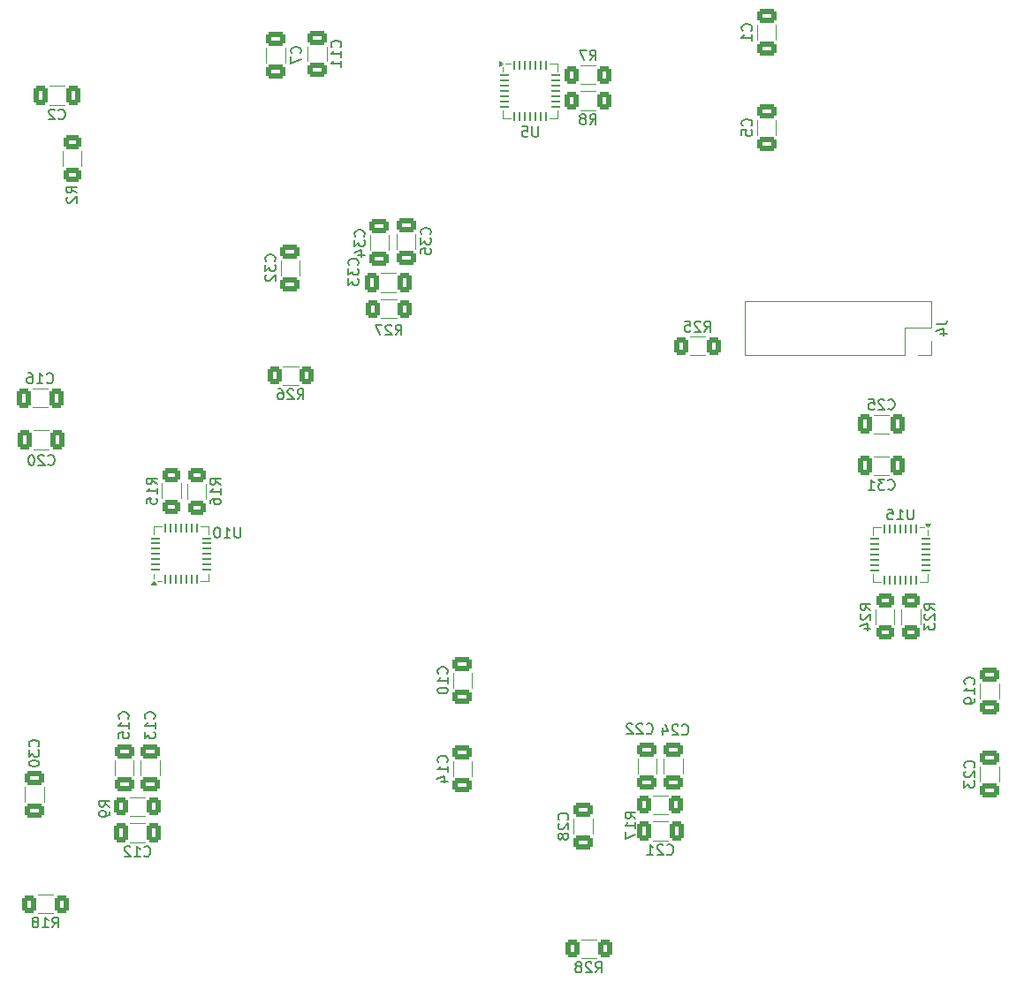
<source format=gbo>
%TF.GenerationSoftware,KiCad,Pcbnew,9.0.0*%
%TF.CreationDate,2025-04-09T12:56:57-04:00*%
%TF.ProjectId,Network_and_Switch,4e657477-6f72-46b5-9f61-6e645f537769,rev?*%
%TF.SameCoordinates,Original*%
%TF.FileFunction,Legend,Bot*%
%TF.FilePolarity,Positive*%
%FSLAX46Y46*%
G04 Gerber Fmt 4.6, Leading zero omitted, Abs format (unit mm)*
G04 Created by KiCad (PCBNEW 9.0.0) date 2025-04-09 12:56:57*
%MOMM*%
%LPD*%
G01*
G04 APERTURE LIST*
G04 Aperture macros list*
%AMRoundRect*
0 Rectangle with rounded corners*
0 $1 Rounding radius*
0 $2 $3 $4 $5 $6 $7 $8 $9 X,Y pos of 4 corners*
0 Add a 4 corners polygon primitive as box body*
4,1,4,$2,$3,$4,$5,$6,$7,$8,$9,$2,$3,0*
0 Add four circle primitives for the rounded corners*
1,1,$1+$1,$2,$3*
1,1,$1+$1,$4,$5*
1,1,$1+$1,$6,$7*
1,1,$1+$1,$8,$9*
0 Add four rect primitives between the rounded corners*
20,1,$1+$1,$2,$3,$4,$5,0*
20,1,$1+$1,$4,$5,$6,$7,0*
20,1,$1+$1,$6,$7,$8,$9,0*
20,1,$1+$1,$8,$9,$2,$3,0*%
G04 Aperture macros list end*
%ADD10C,0.150000*%
%ADD11C,0.120000*%
%ADD12C,2.000000*%
%ADD13R,2.200000X2.200000*%
%ADD14O,2.200000X2.200000*%
%ADD15R,1.800000X1.800000*%
%ADD16C,1.800000*%
%ADD17R,1.700000X1.700000*%
%ADD18O,1.700000X1.700000*%
%ADD19O,1.600000X0.900000*%
%ADD20C,1.600000*%
%ADD21R,4.000000X4.000000*%
%ADD22C,3.300000*%
%ADD23C,3.500000*%
%ADD24O,0.900000X1.600000*%
%ADD25RoundRect,0.250000X-0.650000X0.412500X-0.650000X-0.412500X0.650000X-0.412500X0.650000X0.412500X0*%
%ADD26RoundRect,0.250000X-0.400000X-0.625000X0.400000X-0.625000X0.400000X0.625000X-0.400000X0.625000X0*%
%ADD27RoundRect,0.062500X0.337500X0.062500X-0.337500X0.062500X-0.337500X-0.062500X0.337500X-0.062500X0*%
%ADD28RoundRect,0.062500X0.062500X0.337500X-0.062500X0.337500X-0.062500X-0.337500X0.062500X-0.337500X0*%
%ADD29R,3.350000X3.350000*%
%ADD30RoundRect,0.250000X0.400000X0.625000X-0.400000X0.625000X-0.400000X-0.625000X0.400000X-0.625000X0*%
%ADD31RoundRect,0.250000X0.650000X-0.412500X0.650000X0.412500X-0.650000X0.412500X-0.650000X-0.412500X0*%
%ADD32RoundRect,0.250000X-0.412500X-0.650000X0.412500X-0.650000X0.412500X0.650000X-0.412500X0.650000X0*%
%ADD33RoundRect,0.062500X-0.337500X-0.062500X0.337500X-0.062500X0.337500X0.062500X-0.337500X0.062500X0*%
%ADD34RoundRect,0.062500X-0.062500X-0.337500X0.062500X-0.337500X0.062500X0.337500X-0.062500X0.337500X0*%
%ADD35RoundRect,0.250000X-0.625000X0.400000X-0.625000X-0.400000X0.625000X-0.400000X0.625000X0.400000X0*%
%ADD36RoundRect,0.250000X0.625000X-0.400000X0.625000X0.400000X-0.625000X0.400000X-0.625000X-0.400000X0*%
%ADD37RoundRect,0.062500X-0.062500X0.337500X-0.062500X-0.337500X0.062500X-0.337500X0.062500X0.337500X0*%
%ADD38RoundRect,0.062500X-0.337500X0.062500X-0.337500X-0.062500X0.337500X-0.062500X0.337500X0.062500X0*%
%ADD39RoundRect,0.250000X0.412500X0.650000X-0.412500X0.650000X-0.412500X-0.650000X0.412500X-0.650000X0*%
%ADD40C,0.600000*%
G04 APERTURE END LIST*
D10*
X133909580Y-94419642D02*
X133957200Y-94372023D01*
X133957200Y-94372023D02*
X134004819Y-94229166D01*
X134004819Y-94229166D02*
X134004819Y-94133928D01*
X134004819Y-94133928D02*
X133957200Y-93991071D01*
X133957200Y-93991071D02*
X133861961Y-93895833D01*
X133861961Y-93895833D02*
X133766723Y-93848214D01*
X133766723Y-93848214D02*
X133576247Y-93800595D01*
X133576247Y-93800595D02*
X133433390Y-93800595D01*
X133433390Y-93800595D02*
X133242914Y-93848214D01*
X133242914Y-93848214D02*
X133147676Y-93895833D01*
X133147676Y-93895833D02*
X133052438Y-93991071D01*
X133052438Y-93991071D02*
X133004819Y-94133928D01*
X133004819Y-94133928D02*
X133004819Y-94229166D01*
X133004819Y-94229166D02*
X133052438Y-94372023D01*
X133052438Y-94372023D02*
X133100057Y-94419642D01*
X134004819Y-95372023D02*
X134004819Y-94800595D01*
X134004819Y-95086309D02*
X133004819Y-95086309D01*
X133004819Y-95086309D02*
X133147676Y-94991071D01*
X133147676Y-94991071D02*
X133242914Y-94895833D01*
X133242914Y-94895833D02*
X133290533Y-94800595D01*
X134004819Y-95848214D02*
X134004819Y-96038690D01*
X134004819Y-96038690D02*
X133957200Y-96133928D01*
X133957200Y-96133928D02*
X133909580Y-96181547D01*
X133909580Y-96181547D02*
X133766723Y-96276785D01*
X133766723Y-96276785D02*
X133576247Y-96324404D01*
X133576247Y-96324404D02*
X133195295Y-96324404D01*
X133195295Y-96324404D02*
X133100057Y-96276785D01*
X133100057Y-96276785D02*
X133052438Y-96229166D01*
X133052438Y-96229166D02*
X133004819Y-96133928D01*
X133004819Y-96133928D02*
X133004819Y-95943452D01*
X133004819Y-95943452D02*
X133052438Y-95848214D01*
X133052438Y-95848214D02*
X133100057Y-95800595D01*
X133100057Y-95800595D02*
X133195295Y-95752976D01*
X133195295Y-95752976D02*
X133433390Y-95752976D01*
X133433390Y-95752976D02*
X133528628Y-95800595D01*
X133528628Y-95800595D02*
X133576247Y-95848214D01*
X133576247Y-95848214D02*
X133623866Y-95943452D01*
X133623866Y-95943452D02*
X133623866Y-96133928D01*
X133623866Y-96133928D02*
X133576247Y-96229166D01*
X133576247Y-96229166D02*
X133528628Y-96276785D01*
X133528628Y-96276785D02*
X133433390Y-96324404D01*
X51104819Y-106183333D02*
X50628628Y-105850000D01*
X51104819Y-105611905D02*
X50104819Y-105611905D01*
X50104819Y-105611905D02*
X50104819Y-105992857D01*
X50104819Y-105992857D02*
X50152438Y-106088095D01*
X50152438Y-106088095D02*
X50200057Y-106135714D01*
X50200057Y-106135714D02*
X50295295Y-106183333D01*
X50295295Y-106183333D02*
X50438152Y-106183333D01*
X50438152Y-106183333D02*
X50533390Y-106135714D01*
X50533390Y-106135714D02*
X50581009Y-106088095D01*
X50581009Y-106088095D02*
X50628628Y-105992857D01*
X50628628Y-105992857D02*
X50628628Y-105611905D01*
X51104819Y-106659524D02*
X51104819Y-106850000D01*
X51104819Y-106850000D02*
X51057200Y-106945238D01*
X51057200Y-106945238D02*
X51009580Y-106992857D01*
X51009580Y-106992857D02*
X50866723Y-107088095D01*
X50866723Y-107088095D02*
X50676247Y-107135714D01*
X50676247Y-107135714D02*
X50295295Y-107135714D01*
X50295295Y-107135714D02*
X50200057Y-107088095D01*
X50200057Y-107088095D02*
X50152438Y-107040476D01*
X50152438Y-107040476D02*
X50104819Y-106945238D01*
X50104819Y-106945238D02*
X50104819Y-106754762D01*
X50104819Y-106754762D02*
X50152438Y-106659524D01*
X50152438Y-106659524D02*
X50200057Y-106611905D01*
X50200057Y-106611905D02*
X50295295Y-106564286D01*
X50295295Y-106564286D02*
X50533390Y-106564286D01*
X50533390Y-106564286D02*
X50628628Y-106611905D01*
X50628628Y-106611905D02*
X50676247Y-106659524D01*
X50676247Y-106659524D02*
X50723866Y-106754762D01*
X50723866Y-106754762D02*
X50723866Y-106945238D01*
X50723866Y-106945238D02*
X50676247Y-107040476D01*
X50676247Y-107040476D02*
X50628628Y-107088095D01*
X50628628Y-107088095D02*
X50533390Y-107135714D01*
X128122144Y-77654819D02*
X128122144Y-78464342D01*
X128122144Y-78464342D02*
X128074525Y-78559580D01*
X128074525Y-78559580D02*
X128026906Y-78607200D01*
X128026906Y-78607200D02*
X127931668Y-78654819D01*
X127931668Y-78654819D02*
X127741192Y-78654819D01*
X127741192Y-78654819D02*
X127645954Y-78607200D01*
X127645954Y-78607200D02*
X127598335Y-78559580D01*
X127598335Y-78559580D02*
X127550716Y-78464342D01*
X127550716Y-78464342D02*
X127550716Y-77654819D01*
X126550716Y-78654819D02*
X127122144Y-78654819D01*
X126836430Y-78654819D02*
X126836430Y-77654819D01*
X126836430Y-77654819D02*
X126931668Y-77797676D01*
X126931668Y-77797676D02*
X127026906Y-77892914D01*
X127026906Y-77892914D02*
X127122144Y-77940533D01*
X125645954Y-77654819D02*
X126122144Y-77654819D01*
X126122144Y-77654819D02*
X126169763Y-78131009D01*
X126169763Y-78131009D02*
X126122144Y-78083390D01*
X126122144Y-78083390D02*
X126026906Y-78035771D01*
X126026906Y-78035771D02*
X125788811Y-78035771D01*
X125788811Y-78035771D02*
X125693573Y-78083390D01*
X125693573Y-78083390D02*
X125645954Y-78131009D01*
X125645954Y-78131009D02*
X125598335Y-78226247D01*
X125598335Y-78226247D02*
X125598335Y-78464342D01*
X125598335Y-78464342D02*
X125645954Y-78559580D01*
X125645954Y-78559580D02*
X125693573Y-78607200D01*
X125693573Y-78607200D02*
X125788811Y-78654819D01*
X125788811Y-78654819D02*
X126026906Y-78654819D01*
X126026906Y-78654819D02*
X126122144Y-78607200D01*
X126122144Y-78607200D02*
X126169763Y-78559580D01*
X97116666Y-34634819D02*
X97449999Y-34158628D01*
X97688094Y-34634819D02*
X97688094Y-33634819D01*
X97688094Y-33634819D02*
X97307142Y-33634819D01*
X97307142Y-33634819D02*
X97211904Y-33682438D01*
X97211904Y-33682438D02*
X97164285Y-33730057D01*
X97164285Y-33730057D02*
X97116666Y-33825295D01*
X97116666Y-33825295D02*
X97116666Y-33968152D01*
X97116666Y-33968152D02*
X97164285Y-34063390D01*
X97164285Y-34063390D02*
X97211904Y-34111009D01*
X97211904Y-34111009D02*
X97307142Y-34158628D01*
X97307142Y-34158628D02*
X97688094Y-34158628D01*
X96783332Y-33634819D02*
X96116666Y-33634819D01*
X96116666Y-33634819D02*
X96545237Y-34634819D01*
X55359580Y-97732142D02*
X55407200Y-97684523D01*
X55407200Y-97684523D02*
X55454819Y-97541666D01*
X55454819Y-97541666D02*
X55454819Y-97446428D01*
X55454819Y-97446428D02*
X55407200Y-97303571D01*
X55407200Y-97303571D02*
X55311961Y-97208333D01*
X55311961Y-97208333D02*
X55216723Y-97160714D01*
X55216723Y-97160714D02*
X55026247Y-97113095D01*
X55026247Y-97113095D02*
X54883390Y-97113095D01*
X54883390Y-97113095D02*
X54692914Y-97160714D01*
X54692914Y-97160714D02*
X54597676Y-97208333D01*
X54597676Y-97208333D02*
X54502438Y-97303571D01*
X54502438Y-97303571D02*
X54454819Y-97446428D01*
X54454819Y-97446428D02*
X54454819Y-97541666D01*
X54454819Y-97541666D02*
X54502438Y-97684523D01*
X54502438Y-97684523D02*
X54550057Y-97732142D01*
X55454819Y-98684523D02*
X55454819Y-98113095D01*
X55454819Y-98398809D02*
X54454819Y-98398809D01*
X54454819Y-98398809D02*
X54597676Y-98303571D01*
X54597676Y-98303571D02*
X54692914Y-98208333D01*
X54692914Y-98208333D02*
X54740533Y-98113095D01*
X54454819Y-99017857D02*
X54454819Y-99636904D01*
X54454819Y-99636904D02*
X54835771Y-99303571D01*
X54835771Y-99303571D02*
X54835771Y-99446428D01*
X54835771Y-99446428D02*
X54883390Y-99541666D01*
X54883390Y-99541666D02*
X54931009Y-99589285D01*
X54931009Y-99589285D02*
X55026247Y-99636904D01*
X55026247Y-99636904D02*
X55264342Y-99636904D01*
X55264342Y-99636904D02*
X55359580Y-99589285D01*
X55359580Y-99589285D02*
X55407200Y-99541666D01*
X55407200Y-99541666D02*
X55454819Y-99446428D01*
X55454819Y-99446428D02*
X55454819Y-99160714D01*
X55454819Y-99160714D02*
X55407200Y-99065476D01*
X55407200Y-99065476D02*
X55359580Y-99017857D01*
X54405357Y-110884580D02*
X54452976Y-110932200D01*
X54452976Y-110932200D02*
X54595833Y-110979819D01*
X54595833Y-110979819D02*
X54691071Y-110979819D01*
X54691071Y-110979819D02*
X54833928Y-110932200D01*
X54833928Y-110932200D02*
X54929166Y-110836961D01*
X54929166Y-110836961D02*
X54976785Y-110741723D01*
X54976785Y-110741723D02*
X55024404Y-110551247D01*
X55024404Y-110551247D02*
X55024404Y-110408390D01*
X55024404Y-110408390D02*
X54976785Y-110217914D01*
X54976785Y-110217914D02*
X54929166Y-110122676D01*
X54929166Y-110122676D02*
X54833928Y-110027438D01*
X54833928Y-110027438D02*
X54691071Y-109979819D01*
X54691071Y-109979819D02*
X54595833Y-109979819D01*
X54595833Y-109979819D02*
X54452976Y-110027438D01*
X54452976Y-110027438D02*
X54405357Y-110075057D01*
X53452976Y-110979819D02*
X54024404Y-110979819D01*
X53738690Y-110979819D02*
X53738690Y-109979819D01*
X53738690Y-109979819D02*
X53833928Y-110122676D01*
X53833928Y-110122676D02*
X53929166Y-110217914D01*
X53929166Y-110217914D02*
X54024404Y-110265533D01*
X53072023Y-110075057D02*
X53024404Y-110027438D01*
X53024404Y-110027438D02*
X52929166Y-109979819D01*
X52929166Y-109979819D02*
X52691071Y-109979819D01*
X52691071Y-109979819D02*
X52595833Y-110027438D01*
X52595833Y-110027438D02*
X52548214Y-110075057D01*
X52548214Y-110075057D02*
X52500595Y-110170295D01*
X52500595Y-110170295D02*
X52500595Y-110265533D01*
X52500595Y-110265533D02*
X52548214Y-110408390D01*
X52548214Y-110408390D02*
X53119642Y-110979819D01*
X53119642Y-110979819D02*
X52500595Y-110979819D01*
X83409580Y-93419642D02*
X83457200Y-93372023D01*
X83457200Y-93372023D02*
X83504819Y-93229166D01*
X83504819Y-93229166D02*
X83504819Y-93133928D01*
X83504819Y-93133928D02*
X83457200Y-92991071D01*
X83457200Y-92991071D02*
X83361961Y-92895833D01*
X83361961Y-92895833D02*
X83266723Y-92848214D01*
X83266723Y-92848214D02*
X83076247Y-92800595D01*
X83076247Y-92800595D02*
X82933390Y-92800595D01*
X82933390Y-92800595D02*
X82742914Y-92848214D01*
X82742914Y-92848214D02*
X82647676Y-92895833D01*
X82647676Y-92895833D02*
X82552438Y-92991071D01*
X82552438Y-92991071D02*
X82504819Y-93133928D01*
X82504819Y-93133928D02*
X82504819Y-93229166D01*
X82504819Y-93229166D02*
X82552438Y-93372023D01*
X82552438Y-93372023D02*
X82600057Y-93419642D01*
X83504819Y-94372023D02*
X83504819Y-93800595D01*
X83504819Y-94086309D02*
X82504819Y-94086309D01*
X82504819Y-94086309D02*
X82647676Y-93991071D01*
X82647676Y-93991071D02*
X82742914Y-93895833D01*
X82742914Y-93895833D02*
X82790533Y-93800595D01*
X82504819Y-94991071D02*
X82504819Y-95086309D01*
X82504819Y-95086309D02*
X82552438Y-95181547D01*
X82552438Y-95181547D02*
X82600057Y-95229166D01*
X82600057Y-95229166D02*
X82695295Y-95276785D01*
X82695295Y-95276785D02*
X82885771Y-95324404D01*
X82885771Y-95324404D02*
X83123866Y-95324404D01*
X83123866Y-95324404D02*
X83314342Y-95276785D01*
X83314342Y-95276785D02*
X83409580Y-95229166D01*
X83409580Y-95229166D02*
X83457200Y-95181547D01*
X83457200Y-95181547D02*
X83504819Y-95086309D01*
X83504819Y-95086309D02*
X83504819Y-94991071D01*
X83504819Y-94991071D02*
X83457200Y-94895833D01*
X83457200Y-94895833D02*
X83409580Y-94848214D01*
X83409580Y-94848214D02*
X83314342Y-94800595D01*
X83314342Y-94800595D02*
X83123866Y-94752976D01*
X83123866Y-94752976D02*
X82885771Y-94752976D01*
X82885771Y-94752976D02*
X82695295Y-94800595D01*
X82695295Y-94800595D02*
X82600057Y-94848214D01*
X82600057Y-94848214D02*
X82552438Y-94895833D01*
X82552438Y-94895833D02*
X82504819Y-94991071D01*
X63638094Y-79404819D02*
X63638094Y-80214342D01*
X63638094Y-80214342D02*
X63590475Y-80309580D01*
X63590475Y-80309580D02*
X63542856Y-80357200D01*
X63542856Y-80357200D02*
X63447618Y-80404819D01*
X63447618Y-80404819D02*
X63257142Y-80404819D01*
X63257142Y-80404819D02*
X63161904Y-80357200D01*
X63161904Y-80357200D02*
X63114285Y-80309580D01*
X63114285Y-80309580D02*
X63066666Y-80214342D01*
X63066666Y-80214342D02*
X63066666Y-79404819D01*
X62066666Y-80404819D02*
X62638094Y-80404819D01*
X62352380Y-80404819D02*
X62352380Y-79404819D01*
X62352380Y-79404819D02*
X62447618Y-79547676D01*
X62447618Y-79547676D02*
X62542856Y-79642914D01*
X62542856Y-79642914D02*
X62638094Y-79690533D01*
X61447618Y-79404819D02*
X61352380Y-79404819D01*
X61352380Y-79404819D02*
X61257142Y-79452438D01*
X61257142Y-79452438D02*
X61209523Y-79500057D01*
X61209523Y-79500057D02*
X61161904Y-79595295D01*
X61161904Y-79595295D02*
X61114285Y-79785771D01*
X61114285Y-79785771D02*
X61114285Y-80023866D01*
X61114285Y-80023866D02*
X61161904Y-80214342D01*
X61161904Y-80214342D02*
X61209523Y-80309580D01*
X61209523Y-80309580D02*
X61257142Y-80357200D01*
X61257142Y-80357200D02*
X61352380Y-80404819D01*
X61352380Y-80404819D02*
X61447618Y-80404819D01*
X61447618Y-80404819D02*
X61542856Y-80357200D01*
X61542856Y-80357200D02*
X61590475Y-80309580D01*
X61590475Y-80309580D02*
X61638094Y-80214342D01*
X61638094Y-80214342D02*
X61685713Y-80023866D01*
X61685713Y-80023866D02*
X61685713Y-79785771D01*
X61685713Y-79785771D02*
X61638094Y-79595295D01*
X61638094Y-79595295D02*
X61590475Y-79500057D01*
X61590475Y-79500057D02*
X61542856Y-79452438D01*
X61542856Y-79452438D02*
X61447618Y-79404819D01*
X69359580Y-33958333D02*
X69407200Y-33910714D01*
X69407200Y-33910714D02*
X69454819Y-33767857D01*
X69454819Y-33767857D02*
X69454819Y-33672619D01*
X69454819Y-33672619D02*
X69407200Y-33529762D01*
X69407200Y-33529762D02*
X69311961Y-33434524D01*
X69311961Y-33434524D02*
X69216723Y-33386905D01*
X69216723Y-33386905D02*
X69026247Y-33339286D01*
X69026247Y-33339286D02*
X68883390Y-33339286D01*
X68883390Y-33339286D02*
X68692914Y-33386905D01*
X68692914Y-33386905D02*
X68597676Y-33434524D01*
X68597676Y-33434524D02*
X68502438Y-33529762D01*
X68502438Y-33529762D02*
X68454819Y-33672619D01*
X68454819Y-33672619D02*
X68454819Y-33767857D01*
X68454819Y-33767857D02*
X68502438Y-33910714D01*
X68502438Y-33910714D02*
X68550057Y-33958333D01*
X68454819Y-34291667D02*
X68454819Y-34958333D01*
X68454819Y-34958333D02*
X69454819Y-34529762D01*
X124028869Y-87307142D02*
X123552678Y-86973809D01*
X124028869Y-86735714D02*
X123028869Y-86735714D01*
X123028869Y-86735714D02*
X123028869Y-87116666D01*
X123028869Y-87116666D02*
X123076488Y-87211904D01*
X123076488Y-87211904D02*
X123124107Y-87259523D01*
X123124107Y-87259523D02*
X123219345Y-87307142D01*
X123219345Y-87307142D02*
X123362202Y-87307142D01*
X123362202Y-87307142D02*
X123457440Y-87259523D01*
X123457440Y-87259523D02*
X123505059Y-87211904D01*
X123505059Y-87211904D02*
X123552678Y-87116666D01*
X123552678Y-87116666D02*
X123552678Y-86735714D01*
X123124107Y-87688095D02*
X123076488Y-87735714D01*
X123076488Y-87735714D02*
X123028869Y-87830952D01*
X123028869Y-87830952D02*
X123028869Y-88069047D01*
X123028869Y-88069047D02*
X123076488Y-88164285D01*
X123076488Y-88164285D02*
X123124107Y-88211904D01*
X123124107Y-88211904D02*
X123219345Y-88259523D01*
X123219345Y-88259523D02*
X123314583Y-88259523D01*
X123314583Y-88259523D02*
X123457440Y-88211904D01*
X123457440Y-88211904D02*
X124028869Y-87640476D01*
X124028869Y-87640476D02*
X124028869Y-88259523D01*
X123362202Y-89116666D02*
X124028869Y-89116666D01*
X122981250Y-88878571D02*
X123695535Y-88640476D01*
X123695535Y-88640476D02*
X123695535Y-89259523D01*
X61724819Y-75307142D02*
X61248628Y-74973809D01*
X61724819Y-74735714D02*
X60724819Y-74735714D01*
X60724819Y-74735714D02*
X60724819Y-75116666D01*
X60724819Y-75116666D02*
X60772438Y-75211904D01*
X60772438Y-75211904D02*
X60820057Y-75259523D01*
X60820057Y-75259523D02*
X60915295Y-75307142D01*
X60915295Y-75307142D02*
X61058152Y-75307142D01*
X61058152Y-75307142D02*
X61153390Y-75259523D01*
X61153390Y-75259523D02*
X61201009Y-75211904D01*
X61201009Y-75211904D02*
X61248628Y-75116666D01*
X61248628Y-75116666D02*
X61248628Y-74735714D01*
X61724819Y-76259523D02*
X61724819Y-75688095D01*
X61724819Y-75973809D02*
X60724819Y-75973809D01*
X60724819Y-75973809D02*
X60867676Y-75878571D01*
X60867676Y-75878571D02*
X60962914Y-75783333D01*
X60962914Y-75783333D02*
X61010533Y-75688095D01*
X60724819Y-77116666D02*
X60724819Y-76926190D01*
X60724819Y-76926190D02*
X60772438Y-76830952D01*
X60772438Y-76830952D02*
X60820057Y-76783333D01*
X60820057Y-76783333D02*
X60962914Y-76688095D01*
X60962914Y-76688095D02*
X61153390Y-76640476D01*
X61153390Y-76640476D02*
X61534342Y-76640476D01*
X61534342Y-76640476D02*
X61629580Y-76688095D01*
X61629580Y-76688095D02*
X61677200Y-76735714D01*
X61677200Y-76735714D02*
X61724819Y-76830952D01*
X61724819Y-76830952D02*
X61724819Y-77021428D01*
X61724819Y-77021428D02*
X61677200Y-77116666D01*
X61677200Y-77116666D02*
X61629580Y-77164285D01*
X61629580Y-77164285D02*
X61534342Y-77211904D01*
X61534342Y-77211904D02*
X61296247Y-77211904D01*
X61296247Y-77211904D02*
X61201009Y-77164285D01*
X61201009Y-77164285D02*
X61153390Y-77116666D01*
X61153390Y-77116666D02*
X61105771Y-77021428D01*
X61105771Y-77021428D02*
X61105771Y-76830952D01*
X61105771Y-76830952D02*
X61153390Y-76735714D01*
X61153390Y-76735714D02*
X61201009Y-76688095D01*
X61201009Y-76688095D02*
X61296247Y-76640476D01*
X52859580Y-97732142D02*
X52907200Y-97684523D01*
X52907200Y-97684523D02*
X52954819Y-97541666D01*
X52954819Y-97541666D02*
X52954819Y-97446428D01*
X52954819Y-97446428D02*
X52907200Y-97303571D01*
X52907200Y-97303571D02*
X52811961Y-97208333D01*
X52811961Y-97208333D02*
X52716723Y-97160714D01*
X52716723Y-97160714D02*
X52526247Y-97113095D01*
X52526247Y-97113095D02*
X52383390Y-97113095D01*
X52383390Y-97113095D02*
X52192914Y-97160714D01*
X52192914Y-97160714D02*
X52097676Y-97208333D01*
X52097676Y-97208333D02*
X52002438Y-97303571D01*
X52002438Y-97303571D02*
X51954819Y-97446428D01*
X51954819Y-97446428D02*
X51954819Y-97541666D01*
X51954819Y-97541666D02*
X52002438Y-97684523D01*
X52002438Y-97684523D02*
X52050057Y-97732142D01*
X52954819Y-98684523D02*
X52954819Y-98113095D01*
X52954819Y-98398809D02*
X51954819Y-98398809D01*
X51954819Y-98398809D02*
X52097676Y-98303571D01*
X52097676Y-98303571D02*
X52192914Y-98208333D01*
X52192914Y-98208333D02*
X52240533Y-98113095D01*
X51954819Y-99589285D02*
X51954819Y-99113095D01*
X51954819Y-99113095D02*
X52431009Y-99065476D01*
X52431009Y-99065476D02*
X52383390Y-99113095D01*
X52383390Y-99113095D02*
X52335771Y-99208333D01*
X52335771Y-99208333D02*
X52335771Y-99446428D01*
X52335771Y-99446428D02*
X52383390Y-99541666D01*
X52383390Y-99541666D02*
X52431009Y-99589285D01*
X52431009Y-99589285D02*
X52526247Y-99636904D01*
X52526247Y-99636904D02*
X52764342Y-99636904D01*
X52764342Y-99636904D02*
X52859580Y-99589285D01*
X52859580Y-99589285D02*
X52907200Y-99541666D01*
X52907200Y-99541666D02*
X52954819Y-99446428D01*
X52954819Y-99446428D02*
X52954819Y-99208333D01*
X52954819Y-99208333D02*
X52907200Y-99113095D01*
X52907200Y-99113095D02*
X52859580Y-99065476D01*
X105942857Y-99209580D02*
X105990476Y-99257200D01*
X105990476Y-99257200D02*
X106133333Y-99304819D01*
X106133333Y-99304819D02*
X106228571Y-99304819D01*
X106228571Y-99304819D02*
X106371428Y-99257200D01*
X106371428Y-99257200D02*
X106466666Y-99161961D01*
X106466666Y-99161961D02*
X106514285Y-99066723D01*
X106514285Y-99066723D02*
X106561904Y-98876247D01*
X106561904Y-98876247D02*
X106561904Y-98733390D01*
X106561904Y-98733390D02*
X106514285Y-98542914D01*
X106514285Y-98542914D02*
X106466666Y-98447676D01*
X106466666Y-98447676D02*
X106371428Y-98352438D01*
X106371428Y-98352438D02*
X106228571Y-98304819D01*
X106228571Y-98304819D02*
X106133333Y-98304819D01*
X106133333Y-98304819D02*
X105990476Y-98352438D01*
X105990476Y-98352438D02*
X105942857Y-98400057D01*
X105561904Y-98400057D02*
X105514285Y-98352438D01*
X105514285Y-98352438D02*
X105419047Y-98304819D01*
X105419047Y-98304819D02*
X105180952Y-98304819D01*
X105180952Y-98304819D02*
X105085714Y-98352438D01*
X105085714Y-98352438D02*
X105038095Y-98400057D01*
X105038095Y-98400057D02*
X104990476Y-98495295D01*
X104990476Y-98495295D02*
X104990476Y-98590533D01*
X104990476Y-98590533D02*
X105038095Y-98733390D01*
X105038095Y-98733390D02*
X105609523Y-99304819D01*
X105609523Y-99304819D02*
X104990476Y-99304819D01*
X104133333Y-98638152D02*
X104133333Y-99304819D01*
X104371428Y-98257200D02*
X104609523Y-98971485D01*
X104609523Y-98971485D02*
X103990476Y-98971485D01*
X104505357Y-110709580D02*
X104552976Y-110757200D01*
X104552976Y-110757200D02*
X104695833Y-110804819D01*
X104695833Y-110804819D02*
X104791071Y-110804819D01*
X104791071Y-110804819D02*
X104933928Y-110757200D01*
X104933928Y-110757200D02*
X105029166Y-110661961D01*
X105029166Y-110661961D02*
X105076785Y-110566723D01*
X105076785Y-110566723D02*
X105124404Y-110376247D01*
X105124404Y-110376247D02*
X105124404Y-110233390D01*
X105124404Y-110233390D02*
X105076785Y-110042914D01*
X105076785Y-110042914D02*
X105029166Y-109947676D01*
X105029166Y-109947676D02*
X104933928Y-109852438D01*
X104933928Y-109852438D02*
X104791071Y-109804819D01*
X104791071Y-109804819D02*
X104695833Y-109804819D01*
X104695833Y-109804819D02*
X104552976Y-109852438D01*
X104552976Y-109852438D02*
X104505357Y-109900057D01*
X104124404Y-109900057D02*
X104076785Y-109852438D01*
X104076785Y-109852438D02*
X103981547Y-109804819D01*
X103981547Y-109804819D02*
X103743452Y-109804819D01*
X103743452Y-109804819D02*
X103648214Y-109852438D01*
X103648214Y-109852438D02*
X103600595Y-109900057D01*
X103600595Y-109900057D02*
X103552976Y-109995295D01*
X103552976Y-109995295D02*
X103552976Y-110090533D01*
X103552976Y-110090533D02*
X103600595Y-110233390D01*
X103600595Y-110233390D02*
X104172023Y-110804819D01*
X104172023Y-110804819D02*
X103552976Y-110804819D01*
X102600595Y-110804819D02*
X103172023Y-110804819D01*
X102886309Y-110804819D02*
X102886309Y-109804819D01*
X102886309Y-109804819D02*
X102981547Y-109947676D01*
X102981547Y-109947676D02*
X103076785Y-110042914D01*
X103076785Y-110042914D02*
X103172023Y-110090533D01*
X97642857Y-122074819D02*
X97976190Y-121598628D01*
X98214285Y-122074819D02*
X98214285Y-121074819D01*
X98214285Y-121074819D02*
X97833333Y-121074819D01*
X97833333Y-121074819D02*
X97738095Y-121122438D01*
X97738095Y-121122438D02*
X97690476Y-121170057D01*
X97690476Y-121170057D02*
X97642857Y-121265295D01*
X97642857Y-121265295D02*
X97642857Y-121408152D01*
X97642857Y-121408152D02*
X97690476Y-121503390D01*
X97690476Y-121503390D02*
X97738095Y-121551009D01*
X97738095Y-121551009D02*
X97833333Y-121598628D01*
X97833333Y-121598628D02*
X98214285Y-121598628D01*
X97261904Y-121170057D02*
X97214285Y-121122438D01*
X97214285Y-121122438D02*
X97119047Y-121074819D01*
X97119047Y-121074819D02*
X96880952Y-121074819D01*
X96880952Y-121074819D02*
X96785714Y-121122438D01*
X96785714Y-121122438D02*
X96738095Y-121170057D01*
X96738095Y-121170057D02*
X96690476Y-121265295D01*
X96690476Y-121265295D02*
X96690476Y-121360533D01*
X96690476Y-121360533D02*
X96738095Y-121503390D01*
X96738095Y-121503390D02*
X97309523Y-122074819D01*
X97309523Y-122074819D02*
X96690476Y-122074819D01*
X96119047Y-121503390D02*
X96214285Y-121455771D01*
X96214285Y-121455771D02*
X96261904Y-121408152D01*
X96261904Y-121408152D02*
X96309523Y-121312914D01*
X96309523Y-121312914D02*
X96309523Y-121265295D01*
X96309523Y-121265295D02*
X96261904Y-121170057D01*
X96261904Y-121170057D02*
X96214285Y-121122438D01*
X96214285Y-121122438D02*
X96119047Y-121074819D01*
X96119047Y-121074819D02*
X95928571Y-121074819D01*
X95928571Y-121074819D02*
X95833333Y-121122438D01*
X95833333Y-121122438D02*
X95785714Y-121170057D01*
X95785714Y-121170057D02*
X95738095Y-121265295D01*
X95738095Y-121265295D02*
X95738095Y-121312914D01*
X95738095Y-121312914D02*
X95785714Y-121408152D01*
X95785714Y-121408152D02*
X95833333Y-121455771D01*
X95833333Y-121455771D02*
X95928571Y-121503390D01*
X95928571Y-121503390D02*
X96119047Y-121503390D01*
X96119047Y-121503390D02*
X96214285Y-121551009D01*
X96214285Y-121551009D02*
X96261904Y-121598628D01*
X96261904Y-121598628D02*
X96309523Y-121693866D01*
X96309523Y-121693866D02*
X96309523Y-121884342D01*
X96309523Y-121884342D02*
X96261904Y-121979580D01*
X96261904Y-121979580D02*
X96214285Y-122027200D01*
X96214285Y-122027200D02*
X96119047Y-122074819D01*
X96119047Y-122074819D02*
X95928571Y-122074819D01*
X95928571Y-122074819D02*
X95833333Y-122027200D01*
X95833333Y-122027200D02*
X95785714Y-121979580D01*
X95785714Y-121979580D02*
X95738095Y-121884342D01*
X95738095Y-121884342D02*
X95738095Y-121693866D01*
X95738095Y-121693866D02*
X95785714Y-121598628D01*
X95785714Y-121598628D02*
X95833333Y-121551009D01*
X95833333Y-121551009D02*
X95928571Y-121503390D01*
X92161904Y-40954819D02*
X92161904Y-41764342D01*
X92161904Y-41764342D02*
X92114285Y-41859580D01*
X92114285Y-41859580D02*
X92066666Y-41907200D01*
X92066666Y-41907200D02*
X91971428Y-41954819D01*
X91971428Y-41954819D02*
X91780952Y-41954819D01*
X91780952Y-41954819D02*
X91685714Y-41907200D01*
X91685714Y-41907200D02*
X91638095Y-41859580D01*
X91638095Y-41859580D02*
X91590476Y-41764342D01*
X91590476Y-41764342D02*
X91590476Y-40954819D01*
X90638095Y-40954819D02*
X91114285Y-40954819D01*
X91114285Y-40954819D02*
X91161904Y-41431009D01*
X91161904Y-41431009D02*
X91114285Y-41383390D01*
X91114285Y-41383390D02*
X91019047Y-41335771D01*
X91019047Y-41335771D02*
X90780952Y-41335771D01*
X90780952Y-41335771D02*
X90685714Y-41383390D01*
X90685714Y-41383390D02*
X90638095Y-41431009D01*
X90638095Y-41431009D02*
X90590476Y-41526247D01*
X90590476Y-41526247D02*
X90590476Y-41764342D01*
X90590476Y-41764342D02*
X90638095Y-41859580D01*
X90638095Y-41859580D02*
X90685714Y-41907200D01*
X90685714Y-41907200D02*
X90780952Y-41954819D01*
X90780952Y-41954819D02*
X91019047Y-41954819D01*
X91019047Y-41954819D02*
X91114285Y-41907200D01*
X91114285Y-41907200D02*
X91161904Y-41859580D01*
X101504819Y-107307142D02*
X101028628Y-106973809D01*
X101504819Y-106735714D02*
X100504819Y-106735714D01*
X100504819Y-106735714D02*
X100504819Y-107116666D01*
X100504819Y-107116666D02*
X100552438Y-107211904D01*
X100552438Y-107211904D02*
X100600057Y-107259523D01*
X100600057Y-107259523D02*
X100695295Y-107307142D01*
X100695295Y-107307142D02*
X100838152Y-107307142D01*
X100838152Y-107307142D02*
X100933390Y-107259523D01*
X100933390Y-107259523D02*
X100981009Y-107211904D01*
X100981009Y-107211904D02*
X101028628Y-107116666D01*
X101028628Y-107116666D02*
X101028628Y-106735714D01*
X101504819Y-108259523D02*
X101504819Y-107688095D01*
X101504819Y-107973809D02*
X100504819Y-107973809D01*
X100504819Y-107973809D02*
X100647676Y-107878571D01*
X100647676Y-107878571D02*
X100742914Y-107783333D01*
X100742914Y-107783333D02*
X100790533Y-107688095D01*
X100504819Y-108592857D02*
X100504819Y-109259523D01*
X100504819Y-109259523D02*
X101504819Y-108830952D01*
X125705357Y-75709580D02*
X125752976Y-75757200D01*
X125752976Y-75757200D02*
X125895833Y-75804819D01*
X125895833Y-75804819D02*
X125991071Y-75804819D01*
X125991071Y-75804819D02*
X126133928Y-75757200D01*
X126133928Y-75757200D02*
X126229166Y-75661961D01*
X126229166Y-75661961D02*
X126276785Y-75566723D01*
X126276785Y-75566723D02*
X126324404Y-75376247D01*
X126324404Y-75376247D02*
X126324404Y-75233390D01*
X126324404Y-75233390D02*
X126276785Y-75042914D01*
X126276785Y-75042914D02*
X126229166Y-74947676D01*
X126229166Y-74947676D02*
X126133928Y-74852438D01*
X126133928Y-74852438D02*
X125991071Y-74804819D01*
X125991071Y-74804819D02*
X125895833Y-74804819D01*
X125895833Y-74804819D02*
X125752976Y-74852438D01*
X125752976Y-74852438D02*
X125705357Y-74900057D01*
X125372023Y-74804819D02*
X124752976Y-74804819D01*
X124752976Y-74804819D02*
X125086309Y-75185771D01*
X125086309Y-75185771D02*
X124943452Y-75185771D01*
X124943452Y-75185771D02*
X124848214Y-75233390D01*
X124848214Y-75233390D02*
X124800595Y-75281009D01*
X124800595Y-75281009D02*
X124752976Y-75376247D01*
X124752976Y-75376247D02*
X124752976Y-75614342D01*
X124752976Y-75614342D02*
X124800595Y-75709580D01*
X124800595Y-75709580D02*
X124848214Y-75757200D01*
X124848214Y-75757200D02*
X124943452Y-75804819D01*
X124943452Y-75804819D02*
X125229166Y-75804819D01*
X125229166Y-75804819D02*
X125324404Y-75757200D01*
X125324404Y-75757200D02*
X125372023Y-75709580D01*
X123800595Y-75804819D02*
X124372023Y-75804819D01*
X124086309Y-75804819D02*
X124086309Y-74804819D01*
X124086309Y-74804819D02*
X124181547Y-74947676D01*
X124181547Y-74947676D02*
X124276785Y-75042914D01*
X124276785Y-75042914D02*
X124372023Y-75090533D01*
X66909580Y-53869642D02*
X66957200Y-53822023D01*
X66957200Y-53822023D02*
X67004819Y-53679166D01*
X67004819Y-53679166D02*
X67004819Y-53583928D01*
X67004819Y-53583928D02*
X66957200Y-53441071D01*
X66957200Y-53441071D02*
X66861961Y-53345833D01*
X66861961Y-53345833D02*
X66766723Y-53298214D01*
X66766723Y-53298214D02*
X66576247Y-53250595D01*
X66576247Y-53250595D02*
X66433390Y-53250595D01*
X66433390Y-53250595D02*
X66242914Y-53298214D01*
X66242914Y-53298214D02*
X66147676Y-53345833D01*
X66147676Y-53345833D02*
X66052438Y-53441071D01*
X66052438Y-53441071D02*
X66004819Y-53583928D01*
X66004819Y-53583928D02*
X66004819Y-53679166D01*
X66004819Y-53679166D02*
X66052438Y-53822023D01*
X66052438Y-53822023D02*
X66100057Y-53869642D01*
X66004819Y-54202976D02*
X66004819Y-54822023D01*
X66004819Y-54822023D02*
X66385771Y-54488690D01*
X66385771Y-54488690D02*
X66385771Y-54631547D01*
X66385771Y-54631547D02*
X66433390Y-54726785D01*
X66433390Y-54726785D02*
X66481009Y-54774404D01*
X66481009Y-54774404D02*
X66576247Y-54822023D01*
X66576247Y-54822023D02*
X66814342Y-54822023D01*
X66814342Y-54822023D02*
X66909580Y-54774404D01*
X66909580Y-54774404D02*
X66957200Y-54726785D01*
X66957200Y-54726785D02*
X67004819Y-54631547D01*
X67004819Y-54631547D02*
X67004819Y-54345833D01*
X67004819Y-54345833D02*
X66957200Y-54250595D01*
X66957200Y-54250595D02*
X66909580Y-54202976D01*
X66100057Y-55202976D02*
X66052438Y-55250595D01*
X66052438Y-55250595D02*
X66004819Y-55345833D01*
X66004819Y-55345833D02*
X66004819Y-55583928D01*
X66004819Y-55583928D02*
X66052438Y-55679166D01*
X66052438Y-55679166D02*
X66100057Y-55726785D01*
X66100057Y-55726785D02*
X66195295Y-55774404D01*
X66195295Y-55774404D02*
X66290533Y-55774404D01*
X66290533Y-55774404D02*
X66433390Y-55726785D01*
X66433390Y-55726785D02*
X67004819Y-55155357D01*
X67004819Y-55155357D02*
X67004819Y-55774404D01*
X112569580Y-31770833D02*
X112617200Y-31723214D01*
X112617200Y-31723214D02*
X112664819Y-31580357D01*
X112664819Y-31580357D02*
X112664819Y-31485119D01*
X112664819Y-31485119D02*
X112617200Y-31342262D01*
X112617200Y-31342262D02*
X112521961Y-31247024D01*
X112521961Y-31247024D02*
X112426723Y-31199405D01*
X112426723Y-31199405D02*
X112236247Y-31151786D01*
X112236247Y-31151786D02*
X112093390Y-31151786D01*
X112093390Y-31151786D02*
X111902914Y-31199405D01*
X111902914Y-31199405D02*
X111807676Y-31247024D01*
X111807676Y-31247024D02*
X111712438Y-31342262D01*
X111712438Y-31342262D02*
X111664819Y-31485119D01*
X111664819Y-31485119D02*
X111664819Y-31580357D01*
X111664819Y-31580357D02*
X111712438Y-31723214D01*
X111712438Y-31723214D02*
X111760057Y-31770833D01*
X112664819Y-32723214D02*
X112664819Y-32151786D01*
X112664819Y-32437500D02*
X111664819Y-32437500D01*
X111664819Y-32437500D02*
X111807676Y-32342262D01*
X111807676Y-32342262D02*
X111902914Y-32247024D01*
X111902914Y-32247024D02*
X111950533Y-32151786D01*
X45080357Y-65509580D02*
X45127976Y-65557200D01*
X45127976Y-65557200D02*
X45270833Y-65604819D01*
X45270833Y-65604819D02*
X45366071Y-65604819D01*
X45366071Y-65604819D02*
X45508928Y-65557200D01*
X45508928Y-65557200D02*
X45604166Y-65461961D01*
X45604166Y-65461961D02*
X45651785Y-65366723D01*
X45651785Y-65366723D02*
X45699404Y-65176247D01*
X45699404Y-65176247D02*
X45699404Y-65033390D01*
X45699404Y-65033390D02*
X45651785Y-64842914D01*
X45651785Y-64842914D02*
X45604166Y-64747676D01*
X45604166Y-64747676D02*
X45508928Y-64652438D01*
X45508928Y-64652438D02*
X45366071Y-64604819D01*
X45366071Y-64604819D02*
X45270833Y-64604819D01*
X45270833Y-64604819D02*
X45127976Y-64652438D01*
X45127976Y-64652438D02*
X45080357Y-64700057D01*
X44127976Y-65604819D02*
X44699404Y-65604819D01*
X44413690Y-65604819D02*
X44413690Y-64604819D01*
X44413690Y-64604819D02*
X44508928Y-64747676D01*
X44508928Y-64747676D02*
X44604166Y-64842914D01*
X44604166Y-64842914D02*
X44699404Y-64890533D01*
X43270833Y-64604819D02*
X43461309Y-64604819D01*
X43461309Y-64604819D02*
X43556547Y-64652438D01*
X43556547Y-64652438D02*
X43604166Y-64700057D01*
X43604166Y-64700057D02*
X43699404Y-64842914D01*
X43699404Y-64842914D02*
X43747023Y-65033390D01*
X43747023Y-65033390D02*
X43747023Y-65414342D01*
X43747023Y-65414342D02*
X43699404Y-65509580D01*
X43699404Y-65509580D02*
X43651785Y-65557200D01*
X43651785Y-65557200D02*
X43556547Y-65604819D01*
X43556547Y-65604819D02*
X43366071Y-65604819D01*
X43366071Y-65604819D02*
X43270833Y-65557200D01*
X43270833Y-65557200D02*
X43223214Y-65509580D01*
X43223214Y-65509580D02*
X43175595Y-65414342D01*
X43175595Y-65414342D02*
X43175595Y-65176247D01*
X43175595Y-65176247D02*
X43223214Y-65081009D01*
X43223214Y-65081009D02*
X43270833Y-65033390D01*
X43270833Y-65033390D02*
X43366071Y-64985771D01*
X43366071Y-64985771D02*
X43556547Y-64985771D01*
X43556547Y-64985771D02*
X43651785Y-65033390D01*
X43651785Y-65033390D02*
X43699404Y-65081009D01*
X43699404Y-65081009D02*
X43747023Y-65176247D01*
X44259580Y-100419642D02*
X44307200Y-100372023D01*
X44307200Y-100372023D02*
X44354819Y-100229166D01*
X44354819Y-100229166D02*
X44354819Y-100133928D01*
X44354819Y-100133928D02*
X44307200Y-99991071D01*
X44307200Y-99991071D02*
X44211961Y-99895833D01*
X44211961Y-99895833D02*
X44116723Y-99848214D01*
X44116723Y-99848214D02*
X43926247Y-99800595D01*
X43926247Y-99800595D02*
X43783390Y-99800595D01*
X43783390Y-99800595D02*
X43592914Y-99848214D01*
X43592914Y-99848214D02*
X43497676Y-99895833D01*
X43497676Y-99895833D02*
X43402438Y-99991071D01*
X43402438Y-99991071D02*
X43354819Y-100133928D01*
X43354819Y-100133928D02*
X43354819Y-100229166D01*
X43354819Y-100229166D02*
X43402438Y-100372023D01*
X43402438Y-100372023D02*
X43450057Y-100419642D01*
X43354819Y-100752976D02*
X43354819Y-101372023D01*
X43354819Y-101372023D02*
X43735771Y-101038690D01*
X43735771Y-101038690D02*
X43735771Y-101181547D01*
X43735771Y-101181547D02*
X43783390Y-101276785D01*
X43783390Y-101276785D02*
X43831009Y-101324404D01*
X43831009Y-101324404D02*
X43926247Y-101372023D01*
X43926247Y-101372023D02*
X44164342Y-101372023D01*
X44164342Y-101372023D02*
X44259580Y-101324404D01*
X44259580Y-101324404D02*
X44307200Y-101276785D01*
X44307200Y-101276785D02*
X44354819Y-101181547D01*
X44354819Y-101181547D02*
X44354819Y-100895833D01*
X44354819Y-100895833D02*
X44307200Y-100800595D01*
X44307200Y-100800595D02*
X44259580Y-100752976D01*
X43354819Y-101991071D02*
X43354819Y-102086309D01*
X43354819Y-102086309D02*
X43402438Y-102181547D01*
X43402438Y-102181547D02*
X43450057Y-102229166D01*
X43450057Y-102229166D02*
X43545295Y-102276785D01*
X43545295Y-102276785D02*
X43735771Y-102324404D01*
X43735771Y-102324404D02*
X43973866Y-102324404D01*
X43973866Y-102324404D02*
X44164342Y-102276785D01*
X44164342Y-102276785D02*
X44259580Y-102229166D01*
X44259580Y-102229166D02*
X44307200Y-102181547D01*
X44307200Y-102181547D02*
X44354819Y-102086309D01*
X44354819Y-102086309D02*
X44354819Y-101991071D01*
X44354819Y-101991071D02*
X44307200Y-101895833D01*
X44307200Y-101895833D02*
X44259580Y-101848214D01*
X44259580Y-101848214D02*
X44164342Y-101800595D01*
X44164342Y-101800595D02*
X43973866Y-101752976D01*
X43973866Y-101752976D02*
X43735771Y-101752976D01*
X43735771Y-101752976D02*
X43545295Y-101800595D01*
X43545295Y-101800595D02*
X43450057Y-101848214D01*
X43450057Y-101848214D02*
X43402438Y-101895833D01*
X43402438Y-101895833D02*
X43354819Y-101991071D01*
X47954819Y-47333333D02*
X47478628Y-47000000D01*
X47954819Y-46761905D02*
X46954819Y-46761905D01*
X46954819Y-46761905D02*
X46954819Y-47142857D01*
X46954819Y-47142857D02*
X47002438Y-47238095D01*
X47002438Y-47238095D02*
X47050057Y-47285714D01*
X47050057Y-47285714D02*
X47145295Y-47333333D01*
X47145295Y-47333333D02*
X47288152Y-47333333D01*
X47288152Y-47333333D02*
X47383390Y-47285714D01*
X47383390Y-47285714D02*
X47431009Y-47238095D01*
X47431009Y-47238095D02*
X47478628Y-47142857D01*
X47478628Y-47142857D02*
X47478628Y-46761905D01*
X47050057Y-47714286D02*
X47002438Y-47761905D01*
X47002438Y-47761905D02*
X46954819Y-47857143D01*
X46954819Y-47857143D02*
X46954819Y-48095238D01*
X46954819Y-48095238D02*
X47002438Y-48190476D01*
X47002438Y-48190476D02*
X47050057Y-48238095D01*
X47050057Y-48238095D02*
X47145295Y-48285714D01*
X47145295Y-48285714D02*
X47240533Y-48285714D01*
X47240533Y-48285714D02*
X47383390Y-48238095D01*
X47383390Y-48238095D02*
X47954819Y-47666667D01*
X47954819Y-47666667D02*
X47954819Y-48285714D01*
X83409580Y-101919642D02*
X83457200Y-101872023D01*
X83457200Y-101872023D02*
X83504819Y-101729166D01*
X83504819Y-101729166D02*
X83504819Y-101633928D01*
X83504819Y-101633928D02*
X83457200Y-101491071D01*
X83457200Y-101491071D02*
X83361961Y-101395833D01*
X83361961Y-101395833D02*
X83266723Y-101348214D01*
X83266723Y-101348214D02*
X83076247Y-101300595D01*
X83076247Y-101300595D02*
X82933390Y-101300595D01*
X82933390Y-101300595D02*
X82742914Y-101348214D01*
X82742914Y-101348214D02*
X82647676Y-101395833D01*
X82647676Y-101395833D02*
X82552438Y-101491071D01*
X82552438Y-101491071D02*
X82504819Y-101633928D01*
X82504819Y-101633928D02*
X82504819Y-101729166D01*
X82504819Y-101729166D02*
X82552438Y-101872023D01*
X82552438Y-101872023D02*
X82600057Y-101919642D01*
X83504819Y-102872023D02*
X83504819Y-102300595D01*
X83504819Y-102586309D02*
X82504819Y-102586309D01*
X82504819Y-102586309D02*
X82647676Y-102491071D01*
X82647676Y-102491071D02*
X82742914Y-102395833D01*
X82742914Y-102395833D02*
X82790533Y-102300595D01*
X82838152Y-103729166D02*
X83504819Y-103729166D01*
X82457200Y-103491071D02*
X83171485Y-103252976D01*
X83171485Y-103252976D02*
X83171485Y-103872023D01*
X108092857Y-60634819D02*
X108426190Y-60158628D01*
X108664285Y-60634819D02*
X108664285Y-59634819D01*
X108664285Y-59634819D02*
X108283333Y-59634819D01*
X108283333Y-59634819D02*
X108188095Y-59682438D01*
X108188095Y-59682438D02*
X108140476Y-59730057D01*
X108140476Y-59730057D02*
X108092857Y-59825295D01*
X108092857Y-59825295D02*
X108092857Y-59968152D01*
X108092857Y-59968152D02*
X108140476Y-60063390D01*
X108140476Y-60063390D02*
X108188095Y-60111009D01*
X108188095Y-60111009D02*
X108283333Y-60158628D01*
X108283333Y-60158628D02*
X108664285Y-60158628D01*
X107711904Y-59730057D02*
X107664285Y-59682438D01*
X107664285Y-59682438D02*
X107569047Y-59634819D01*
X107569047Y-59634819D02*
X107330952Y-59634819D01*
X107330952Y-59634819D02*
X107235714Y-59682438D01*
X107235714Y-59682438D02*
X107188095Y-59730057D01*
X107188095Y-59730057D02*
X107140476Y-59825295D01*
X107140476Y-59825295D02*
X107140476Y-59920533D01*
X107140476Y-59920533D02*
X107188095Y-60063390D01*
X107188095Y-60063390D02*
X107759523Y-60634819D01*
X107759523Y-60634819D02*
X107140476Y-60634819D01*
X106235714Y-59634819D02*
X106711904Y-59634819D01*
X106711904Y-59634819D02*
X106759523Y-60111009D01*
X106759523Y-60111009D02*
X106711904Y-60063390D01*
X106711904Y-60063390D02*
X106616666Y-60015771D01*
X106616666Y-60015771D02*
X106378571Y-60015771D01*
X106378571Y-60015771D02*
X106283333Y-60063390D01*
X106283333Y-60063390D02*
X106235714Y-60111009D01*
X106235714Y-60111009D02*
X106188095Y-60206247D01*
X106188095Y-60206247D02*
X106188095Y-60444342D01*
X106188095Y-60444342D02*
X106235714Y-60539580D01*
X106235714Y-60539580D02*
X106283333Y-60587200D01*
X106283333Y-60587200D02*
X106378571Y-60634819D01*
X106378571Y-60634819D02*
X106616666Y-60634819D01*
X106616666Y-60634819D02*
X106711904Y-60587200D01*
X106711904Y-60587200D02*
X106759523Y-60539580D01*
X97116666Y-40774819D02*
X97449999Y-40298628D01*
X97688094Y-40774819D02*
X97688094Y-39774819D01*
X97688094Y-39774819D02*
X97307142Y-39774819D01*
X97307142Y-39774819D02*
X97211904Y-39822438D01*
X97211904Y-39822438D02*
X97164285Y-39870057D01*
X97164285Y-39870057D02*
X97116666Y-39965295D01*
X97116666Y-39965295D02*
X97116666Y-40108152D01*
X97116666Y-40108152D02*
X97164285Y-40203390D01*
X97164285Y-40203390D02*
X97211904Y-40251009D01*
X97211904Y-40251009D02*
X97307142Y-40298628D01*
X97307142Y-40298628D02*
X97688094Y-40298628D01*
X96545237Y-40203390D02*
X96640475Y-40155771D01*
X96640475Y-40155771D02*
X96688094Y-40108152D01*
X96688094Y-40108152D02*
X96735713Y-40012914D01*
X96735713Y-40012914D02*
X96735713Y-39965295D01*
X96735713Y-39965295D02*
X96688094Y-39870057D01*
X96688094Y-39870057D02*
X96640475Y-39822438D01*
X96640475Y-39822438D02*
X96545237Y-39774819D01*
X96545237Y-39774819D02*
X96354761Y-39774819D01*
X96354761Y-39774819D02*
X96259523Y-39822438D01*
X96259523Y-39822438D02*
X96211904Y-39870057D01*
X96211904Y-39870057D02*
X96164285Y-39965295D01*
X96164285Y-39965295D02*
X96164285Y-40012914D01*
X96164285Y-40012914D02*
X96211904Y-40108152D01*
X96211904Y-40108152D02*
X96259523Y-40155771D01*
X96259523Y-40155771D02*
X96354761Y-40203390D01*
X96354761Y-40203390D02*
X96545237Y-40203390D01*
X96545237Y-40203390D02*
X96640475Y-40251009D01*
X96640475Y-40251009D02*
X96688094Y-40298628D01*
X96688094Y-40298628D02*
X96735713Y-40393866D01*
X96735713Y-40393866D02*
X96735713Y-40584342D01*
X96735713Y-40584342D02*
X96688094Y-40679580D01*
X96688094Y-40679580D02*
X96640475Y-40727200D01*
X96640475Y-40727200D02*
X96545237Y-40774819D01*
X96545237Y-40774819D02*
X96354761Y-40774819D01*
X96354761Y-40774819D02*
X96259523Y-40727200D01*
X96259523Y-40727200D02*
X96211904Y-40679580D01*
X96211904Y-40679580D02*
X96164285Y-40584342D01*
X96164285Y-40584342D02*
X96164285Y-40393866D01*
X96164285Y-40393866D02*
X96211904Y-40298628D01*
X96211904Y-40298628D02*
X96259523Y-40251009D01*
X96259523Y-40251009D02*
X96354761Y-40203390D01*
X45592857Y-117774819D02*
X45926190Y-117298628D01*
X46164285Y-117774819D02*
X46164285Y-116774819D01*
X46164285Y-116774819D02*
X45783333Y-116774819D01*
X45783333Y-116774819D02*
X45688095Y-116822438D01*
X45688095Y-116822438D02*
X45640476Y-116870057D01*
X45640476Y-116870057D02*
X45592857Y-116965295D01*
X45592857Y-116965295D02*
X45592857Y-117108152D01*
X45592857Y-117108152D02*
X45640476Y-117203390D01*
X45640476Y-117203390D02*
X45688095Y-117251009D01*
X45688095Y-117251009D02*
X45783333Y-117298628D01*
X45783333Y-117298628D02*
X46164285Y-117298628D01*
X44640476Y-117774819D02*
X45211904Y-117774819D01*
X44926190Y-117774819D02*
X44926190Y-116774819D01*
X44926190Y-116774819D02*
X45021428Y-116917676D01*
X45021428Y-116917676D02*
X45116666Y-117012914D01*
X45116666Y-117012914D02*
X45211904Y-117060533D01*
X44069047Y-117203390D02*
X44164285Y-117155771D01*
X44164285Y-117155771D02*
X44211904Y-117108152D01*
X44211904Y-117108152D02*
X44259523Y-117012914D01*
X44259523Y-117012914D02*
X44259523Y-116965295D01*
X44259523Y-116965295D02*
X44211904Y-116870057D01*
X44211904Y-116870057D02*
X44164285Y-116822438D01*
X44164285Y-116822438D02*
X44069047Y-116774819D01*
X44069047Y-116774819D02*
X43878571Y-116774819D01*
X43878571Y-116774819D02*
X43783333Y-116822438D01*
X43783333Y-116822438D02*
X43735714Y-116870057D01*
X43735714Y-116870057D02*
X43688095Y-116965295D01*
X43688095Y-116965295D02*
X43688095Y-117012914D01*
X43688095Y-117012914D02*
X43735714Y-117108152D01*
X43735714Y-117108152D02*
X43783333Y-117155771D01*
X43783333Y-117155771D02*
X43878571Y-117203390D01*
X43878571Y-117203390D02*
X44069047Y-117203390D01*
X44069047Y-117203390D02*
X44164285Y-117251009D01*
X44164285Y-117251009D02*
X44211904Y-117298628D01*
X44211904Y-117298628D02*
X44259523Y-117393866D01*
X44259523Y-117393866D02*
X44259523Y-117584342D01*
X44259523Y-117584342D02*
X44211904Y-117679580D01*
X44211904Y-117679580D02*
X44164285Y-117727200D01*
X44164285Y-117727200D02*
X44069047Y-117774819D01*
X44069047Y-117774819D02*
X43878571Y-117774819D01*
X43878571Y-117774819D02*
X43783333Y-117727200D01*
X43783333Y-117727200D02*
X43735714Y-117679580D01*
X43735714Y-117679580D02*
X43688095Y-117584342D01*
X43688095Y-117584342D02*
X43688095Y-117393866D01*
X43688095Y-117393866D02*
X43735714Y-117298628D01*
X43735714Y-117298628D02*
X43783333Y-117251009D01*
X43783333Y-117251009D02*
X43878571Y-117203390D01*
X133909580Y-102419642D02*
X133957200Y-102372023D01*
X133957200Y-102372023D02*
X134004819Y-102229166D01*
X134004819Y-102229166D02*
X134004819Y-102133928D01*
X134004819Y-102133928D02*
X133957200Y-101991071D01*
X133957200Y-101991071D02*
X133861961Y-101895833D01*
X133861961Y-101895833D02*
X133766723Y-101848214D01*
X133766723Y-101848214D02*
X133576247Y-101800595D01*
X133576247Y-101800595D02*
X133433390Y-101800595D01*
X133433390Y-101800595D02*
X133242914Y-101848214D01*
X133242914Y-101848214D02*
X133147676Y-101895833D01*
X133147676Y-101895833D02*
X133052438Y-101991071D01*
X133052438Y-101991071D02*
X133004819Y-102133928D01*
X133004819Y-102133928D02*
X133004819Y-102229166D01*
X133004819Y-102229166D02*
X133052438Y-102372023D01*
X133052438Y-102372023D02*
X133100057Y-102419642D01*
X133100057Y-102800595D02*
X133052438Y-102848214D01*
X133052438Y-102848214D02*
X133004819Y-102943452D01*
X133004819Y-102943452D02*
X133004819Y-103181547D01*
X133004819Y-103181547D02*
X133052438Y-103276785D01*
X133052438Y-103276785D02*
X133100057Y-103324404D01*
X133100057Y-103324404D02*
X133195295Y-103372023D01*
X133195295Y-103372023D02*
X133290533Y-103372023D01*
X133290533Y-103372023D02*
X133433390Y-103324404D01*
X133433390Y-103324404D02*
X134004819Y-102752976D01*
X134004819Y-102752976D02*
X134004819Y-103372023D01*
X133004819Y-103705357D02*
X133004819Y-104324404D01*
X133004819Y-104324404D02*
X133385771Y-103991071D01*
X133385771Y-103991071D02*
X133385771Y-104133928D01*
X133385771Y-104133928D02*
X133433390Y-104229166D01*
X133433390Y-104229166D02*
X133481009Y-104276785D01*
X133481009Y-104276785D02*
X133576247Y-104324404D01*
X133576247Y-104324404D02*
X133814342Y-104324404D01*
X133814342Y-104324404D02*
X133909580Y-104276785D01*
X133909580Y-104276785D02*
X133957200Y-104229166D01*
X133957200Y-104229166D02*
X134004819Y-104133928D01*
X134004819Y-104133928D02*
X134004819Y-103848214D01*
X134004819Y-103848214D02*
X133957200Y-103752976D01*
X133957200Y-103752976D02*
X133909580Y-103705357D01*
X81809580Y-51307142D02*
X81857200Y-51259523D01*
X81857200Y-51259523D02*
X81904819Y-51116666D01*
X81904819Y-51116666D02*
X81904819Y-51021428D01*
X81904819Y-51021428D02*
X81857200Y-50878571D01*
X81857200Y-50878571D02*
X81761961Y-50783333D01*
X81761961Y-50783333D02*
X81666723Y-50735714D01*
X81666723Y-50735714D02*
X81476247Y-50688095D01*
X81476247Y-50688095D02*
X81333390Y-50688095D01*
X81333390Y-50688095D02*
X81142914Y-50735714D01*
X81142914Y-50735714D02*
X81047676Y-50783333D01*
X81047676Y-50783333D02*
X80952438Y-50878571D01*
X80952438Y-50878571D02*
X80904819Y-51021428D01*
X80904819Y-51021428D02*
X80904819Y-51116666D01*
X80904819Y-51116666D02*
X80952438Y-51259523D01*
X80952438Y-51259523D02*
X81000057Y-51307142D01*
X80904819Y-51640476D02*
X80904819Y-52259523D01*
X80904819Y-52259523D02*
X81285771Y-51926190D01*
X81285771Y-51926190D02*
X81285771Y-52069047D01*
X81285771Y-52069047D02*
X81333390Y-52164285D01*
X81333390Y-52164285D02*
X81381009Y-52211904D01*
X81381009Y-52211904D02*
X81476247Y-52259523D01*
X81476247Y-52259523D02*
X81714342Y-52259523D01*
X81714342Y-52259523D02*
X81809580Y-52211904D01*
X81809580Y-52211904D02*
X81857200Y-52164285D01*
X81857200Y-52164285D02*
X81904819Y-52069047D01*
X81904819Y-52069047D02*
X81904819Y-51783333D01*
X81904819Y-51783333D02*
X81857200Y-51688095D01*
X81857200Y-51688095D02*
X81809580Y-51640476D01*
X80904819Y-53164285D02*
X80904819Y-52688095D01*
X80904819Y-52688095D02*
X81381009Y-52640476D01*
X81381009Y-52640476D02*
X81333390Y-52688095D01*
X81333390Y-52688095D02*
X81285771Y-52783333D01*
X81285771Y-52783333D02*
X81285771Y-53021428D01*
X81285771Y-53021428D02*
X81333390Y-53116666D01*
X81333390Y-53116666D02*
X81381009Y-53164285D01*
X81381009Y-53164285D02*
X81476247Y-53211904D01*
X81476247Y-53211904D02*
X81714342Y-53211904D01*
X81714342Y-53211904D02*
X81809580Y-53164285D01*
X81809580Y-53164285D02*
X81857200Y-53116666D01*
X81857200Y-53116666D02*
X81904819Y-53021428D01*
X81904819Y-53021428D02*
X81904819Y-52783333D01*
X81904819Y-52783333D02*
X81857200Y-52688095D01*
X81857200Y-52688095D02*
X81809580Y-52640476D01*
X112569580Y-40895833D02*
X112617200Y-40848214D01*
X112617200Y-40848214D02*
X112664819Y-40705357D01*
X112664819Y-40705357D02*
X112664819Y-40610119D01*
X112664819Y-40610119D02*
X112617200Y-40467262D01*
X112617200Y-40467262D02*
X112521961Y-40372024D01*
X112521961Y-40372024D02*
X112426723Y-40324405D01*
X112426723Y-40324405D02*
X112236247Y-40276786D01*
X112236247Y-40276786D02*
X112093390Y-40276786D01*
X112093390Y-40276786D02*
X111902914Y-40324405D01*
X111902914Y-40324405D02*
X111807676Y-40372024D01*
X111807676Y-40372024D02*
X111712438Y-40467262D01*
X111712438Y-40467262D02*
X111664819Y-40610119D01*
X111664819Y-40610119D02*
X111664819Y-40705357D01*
X111664819Y-40705357D02*
X111712438Y-40848214D01*
X111712438Y-40848214D02*
X111760057Y-40895833D01*
X111664819Y-41800595D02*
X111664819Y-41324405D01*
X111664819Y-41324405D02*
X112141009Y-41276786D01*
X112141009Y-41276786D02*
X112093390Y-41324405D01*
X112093390Y-41324405D02*
X112045771Y-41419643D01*
X112045771Y-41419643D02*
X112045771Y-41657738D01*
X112045771Y-41657738D02*
X112093390Y-41752976D01*
X112093390Y-41752976D02*
X112141009Y-41800595D01*
X112141009Y-41800595D02*
X112236247Y-41848214D01*
X112236247Y-41848214D02*
X112474342Y-41848214D01*
X112474342Y-41848214D02*
X112569580Y-41800595D01*
X112569580Y-41800595D02*
X112617200Y-41752976D01*
X112617200Y-41752976D02*
X112664819Y-41657738D01*
X112664819Y-41657738D02*
X112664819Y-41419643D01*
X112664819Y-41419643D02*
X112617200Y-41324405D01*
X112617200Y-41324405D02*
X112569580Y-41276786D01*
X74859580Y-54257142D02*
X74907200Y-54209523D01*
X74907200Y-54209523D02*
X74954819Y-54066666D01*
X74954819Y-54066666D02*
X74954819Y-53971428D01*
X74954819Y-53971428D02*
X74907200Y-53828571D01*
X74907200Y-53828571D02*
X74811961Y-53733333D01*
X74811961Y-53733333D02*
X74716723Y-53685714D01*
X74716723Y-53685714D02*
X74526247Y-53638095D01*
X74526247Y-53638095D02*
X74383390Y-53638095D01*
X74383390Y-53638095D02*
X74192914Y-53685714D01*
X74192914Y-53685714D02*
X74097676Y-53733333D01*
X74097676Y-53733333D02*
X74002438Y-53828571D01*
X74002438Y-53828571D02*
X73954819Y-53971428D01*
X73954819Y-53971428D02*
X73954819Y-54066666D01*
X73954819Y-54066666D02*
X74002438Y-54209523D01*
X74002438Y-54209523D02*
X74050057Y-54257142D01*
X73954819Y-54590476D02*
X73954819Y-55209523D01*
X73954819Y-55209523D02*
X74335771Y-54876190D01*
X74335771Y-54876190D02*
X74335771Y-55019047D01*
X74335771Y-55019047D02*
X74383390Y-55114285D01*
X74383390Y-55114285D02*
X74431009Y-55161904D01*
X74431009Y-55161904D02*
X74526247Y-55209523D01*
X74526247Y-55209523D02*
X74764342Y-55209523D01*
X74764342Y-55209523D02*
X74859580Y-55161904D01*
X74859580Y-55161904D02*
X74907200Y-55114285D01*
X74907200Y-55114285D02*
X74954819Y-55019047D01*
X74954819Y-55019047D02*
X74954819Y-54733333D01*
X74954819Y-54733333D02*
X74907200Y-54638095D01*
X74907200Y-54638095D02*
X74859580Y-54590476D01*
X73954819Y-55542857D02*
X73954819Y-56161904D01*
X73954819Y-56161904D02*
X74335771Y-55828571D01*
X74335771Y-55828571D02*
X74335771Y-55971428D01*
X74335771Y-55971428D02*
X74383390Y-56066666D01*
X74383390Y-56066666D02*
X74431009Y-56114285D01*
X74431009Y-56114285D02*
X74526247Y-56161904D01*
X74526247Y-56161904D02*
X74764342Y-56161904D01*
X74764342Y-56161904D02*
X74859580Y-56114285D01*
X74859580Y-56114285D02*
X74907200Y-56066666D01*
X74907200Y-56066666D02*
X74954819Y-55971428D01*
X74954819Y-55971428D02*
X74954819Y-55685714D01*
X74954819Y-55685714D02*
X74907200Y-55590476D01*
X74907200Y-55590476D02*
X74859580Y-55542857D01*
X125705357Y-68009580D02*
X125752976Y-68057200D01*
X125752976Y-68057200D02*
X125895833Y-68104819D01*
X125895833Y-68104819D02*
X125991071Y-68104819D01*
X125991071Y-68104819D02*
X126133928Y-68057200D01*
X126133928Y-68057200D02*
X126229166Y-67961961D01*
X126229166Y-67961961D02*
X126276785Y-67866723D01*
X126276785Y-67866723D02*
X126324404Y-67676247D01*
X126324404Y-67676247D02*
X126324404Y-67533390D01*
X126324404Y-67533390D02*
X126276785Y-67342914D01*
X126276785Y-67342914D02*
X126229166Y-67247676D01*
X126229166Y-67247676D02*
X126133928Y-67152438D01*
X126133928Y-67152438D02*
X125991071Y-67104819D01*
X125991071Y-67104819D02*
X125895833Y-67104819D01*
X125895833Y-67104819D02*
X125752976Y-67152438D01*
X125752976Y-67152438D02*
X125705357Y-67200057D01*
X125324404Y-67200057D02*
X125276785Y-67152438D01*
X125276785Y-67152438D02*
X125181547Y-67104819D01*
X125181547Y-67104819D02*
X124943452Y-67104819D01*
X124943452Y-67104819D02*
X124848214Y-67152438D01*
X124848214Y-67152438D02*
X124800595Y-67200057D01*
X124800595Y-67200057D02*
X124752976Y-67295295D01*
X124752976Y-67295295D02*
X124752976Y-67390533D01*
X124752976Y-67390533D02*
X124800595Y-67533390D01*
X124800595Y-67533390D02*
X125372023Y-68104819D01*
X125372023Y-68104819D02*
X124752976Y-68104819D01*
X123848214Y-67104819D02*
X124324404Y-67104819D01*
X124324404Y-67104819D02*
X124372023Y-67581009D01*
X124372023Y-67581009D02*
X124324404Y-67533390D01*
X124324404Y-67533390D02*
X124229166Y-67485771D01*
X124229166Y-67485771D02*
X123991071Y-67485771D01*
X123991071Y-67485771D02*
X123895833Y-67533390D01*
X123895833Y-67533390D02*
X123848214Y-67581009D01*
X123848214Y-67581009D02*
X123800595Y-67676247D01*
X123800595Y-67676247D02*
X123800595Y-67914342D01*
X123800595Y-67914342D02*
X123848214Y-68009580D01*
X123848214Y-68009580D02*
X123895833Y-68057200D01*
X123895833Y-68057200D02*
X123991071Y-68104819D01*
X123991071Y-68104819D02*
X124229166Y-68104819D01*
X124229166Y-68104819D02*
X124324404Y-68057200D01*
X124324404Y-68057200D02*
X124372023Y-68009580D01*
X73209580Y-33357142D02*
X73257200Y-33309523D01*
X73257200Y-33309523D02*
X73304819Y-33166666D01*
X73304819Y-33166666D02*
X73304819Y-33071428D01*
X73304819Y-33071428D02*
X73257200Y-32928571D01*
X73257200Y-32928571D02*
X73161961Y-32833333D01*
X73161961Y-32833333D02*
X73066723Y-32785714D01*
X73066723Y-32785714D02*
X72876247Y-32738095D01*
X72876247Y-32738095D02*
X72733390Y-32738095D01*
X72733390Y-32738095D02*
X72542914Y-32785714D01*
X72542914Y-32785714D02*
X72447676Y-32833333D01*
X72447676Y-32833333D02*
X72352438Y-32928571D01*
X72352438Y-32928571D02*
X72304819Y-33071428D01*
X72304819Y-33071428D02*
X72304819Y-33166666D01*
X72304819Y-33166666D02*
X72352438Y-33309523D01*
X72352438Y-33309523D02*
X72400057Y-33357142D01*
X73304819Y-34309523D02*
X73304819Y-33738095D01*
X73304819Y-34023809D02*
X72304819Y-34023809D01*
X72304819Y-34023809D02*
X72447676Y-33928571D01*
X72447676Y-33928571D02*
X72542914Y-33833333D01*
X72542914Y-33833333D02*
X72590533Y-33738095D01*
X73304819Y-35261904D02*
X73304819Y-34690476D01*
X73304819Y-34976190D02*
X72304819Y-34976190D01*
X72304819Y-34976190D02*
X72447676Y-34880952D01*
X72447676Y-34880952D02*
X72542914Y-34785714D01*
X72542914Y-34785714D02*
X72590533Y-34690476D01*
X69092857Y-67124819D02*
X69426190Y-66648628D01*
X69664285Y-67124819D02*
X69664285Y-66124819D01*
X69664285Y-66124819D02*
X69283333Y-66124819D01*
X69283333Y-66124819D02*
X69188095Y-66172438D01*
X69188095Y-66172438D02*
X69140476Y-66220057D01*
X69140476Y-66220057D02*
X69092857Y-66315295D01*
X69092857Y-66315295D02*
X69092857Y-66458152D01*
X69092857Y-66458152D02*
X69140476Y-66553390D01*
X69140476Y-66553390D02*
X69188095Y-66601009D01*
X69188095Y-66601009D02*
X69283333Y-66648628D01*
X69283333Y-66648628D02*
X69664285Y-66648628D01*
X68711904Y-66220057D02*
X68664285Y-66172438D01*
X68664285Y-66172438D02*
X68569047Y-66124819D01*
X68569047Y-66124819D02*
X68330952Y-66124819D01*
X68330952Y-66124819D02*
X68235714Y-66172438D01*
X68235714Y-66172438D02*
X68188095Y-66220057D01*
X68188095Y-66220057D02*
X68140476Y-66315295D01*
X68140476Y-66315295D02*
X68140476Y-66410533D01*
X68140476Y-66410533D02*
X68188095Y-66553390D01*
X68188095Y-66553390D02*
X68759523Y-67124819D01*
X68759523Y-67124819D02*
X68140476Y-67124819D01*
X67283333Y-66124819D02*
X67473809Y-66124819D01*
X67473809Y-66124819D02*
X67569047Y-66172438D01*
X67569047Y-66172438D02*
X67616666Y-66220057D01*
X67616666Y-66220057D02*
X67711904Y-66362914D01*
X67711904Y-66362914D02*
X67759523Y-66553390D01*
X67759523Y-66553390D02*
X67759523Y-66934342D01*
X67759523Y-66934342D02*
X67711904Y-67029580D01*
X67711904Y-67029580D02*
X67664285Y-67077200D01*
X67664285Y-67077200D02*
X67569047Y-67124819D01*
X67569047Y-67124819D02*
X67378571Y-67124819D01*
X67378571Y-67124819D02*
X67283333Y-67077200D01*
X67283333Y-67077200D02*
X67235714Y-67029580D01*
X67235714Y-67029580D02*
X67188095Y-66934342D01*
X67188095Y-66934342D02*
X67188095Y-66696247D01*
X67188095Y-66696247D02*
X67235714Y-66601009D01*
X67235714Y-66601009D02*
X67283333Y-66553390D01*
X67283333Y-66553390D02*
X67378571Y-66505771D01*
X67378571Y-66505771D02*
X67569047Y-66505771D01*
X67569047Y-66505771D02*
X67664285Y-66553390D01*
X67664285Y-66553390D02*
X67711904Y-66601009D01*
X67711904Y-66601009D02*
X67759523Y-66696247D01*
X130324819Y-59936666D02*
X131039104Y-59936666D01*
X131039104Y-59936666D02*
X131181961Y-59889047D01*
X131181961Y-59889047D02*
X131277200Y-59793809D01*
X131277200Y-59793809D02*
X131324819Y-59650952D01*
X131324819Y-59650952D02*
X131324819Y-59555714D01*
X130658152Y-60841428D02*
X131324819Y-60841428D01*
X130277200Y-60603333D02*
X130991485Y-60365238D01*
X130991485Y-60365238D02*
X130991485Y-60984285D01*
X45205357Y-73359580D02*
X45252976Y-73407200D01*
X45252976Y-73407200D02*
X45395833Y-73454819D01*
X45395833Y-73454819D02*
X45491071Y-73454819D01*
X45491071Y-73454819D02*
X45633928Y-73407200D01*
X45633928Y-73407200D02*
X45729166Y-73311961D01*
X45729166Y-73311961D02*
X45776785Y-73216723D01*
X45776785Y-73216723D02*
X45824404Y-73026247D01*
X45824404Y-73026247D02*
X45824404Y-72883390D01*
X45824404Y-72883390D02*
X45776785Y-72692914D01*
X45776785Y-72692914D02*
X45729166Y-72597676D01*
X45729166Y-72597676D02*
X45633928Y-72502438D01*
X45633928Y-72502438D02*
X45491071Y-72454819D01*
X45491071Y-72454819D02*
X45395833Y-72454819D01*
X45395833Y-72454819D02*
X45252976Y-72502438D01*
X45252976Y-72502438D02*
X45205357Y-72550057D01*
X44824404Y-72550057D02*
X44776785Y-72502438D01*
X44776785Y-72502438D02*
X44681547Y-72454819D01*
X44681547Y-72454819D02*
X44443452Y-72454819D01*
X44443452Y-72454819D02*
X44348214Y-72502438D01*
X44348214Y-72502438D02*
X44300595Y-72550057D01*
X44300595Y-72550057D02*
X44252976Y-72645295D01*
X44252976Y-72645295D02*
X44252976Y-72740533D01*
X44252976Y-72740533D02*
X44300595Y-72883390D01*
X44300595Y-72883390D02*
X44872023Y-73454819D01*
X44872023Y-73454819D02*
X44252976Y-73454819D01*
X43633928Y-72454819D02*
X43538690Y-72454819D01*
X43538690Y-72454819D02*
X43443452Y-72502438D01*
X43443452Y-72502438D02*
X43395833Y-72550057D01*
X43395833Y-72550057D02*
X43348214Y-72645295D01*
X43348214Y-72645295D02*
X43300595Y-72835771D01*
X43300595Y-72835771D02*
X43300595Y-73073866D01*
X43300595Y-73073866D02*
X43348214Y-73264342D01*
X43348214Y-73264342D02*
X43395833Y-73359580D01*
X43395833Y-73359580D02*
X43443452Y-73407200D01*
X43443452Y-73407200D02*
X43538690Y-73454819D01*
X43538690Y-73454819D02*
X43633928Y-73454819D01*
X43633928Y-73454819D02*
X43729166Y-73407200D01*
X43729166Y-73407200D02*
X43776785Y-73359580D01*
X43776785Y-73359580D02*
X43824404Y-73264342D01*
X43824404Y-73264342D02*
X43872023Y-73073866D01*
X43872023Y-73073866D02*
X43872023Y-72835771D01*
X43872023Y-72835771D02*
X43824404Y-72645295D01*
X43824404Y-72645295D02*
X43776785Y-72550057D01*
X43776785Y-72550057D02*
X43729166Y-72502438D01*
X43729166Y-72502438D02*
X43633928Y-72454819D01*
X94969580Y-107419642D02*
X95017200Y-107372023D01*
X95017200Y-107372023D02*
X95064819Y-107229166D01*
X95064819Y-107229166D02*
X95064819Y-107133928D01*
X95064819Y-107133928D02*
X95017200Y-106991071D01*
X95017200Y-106991071D02*
X94921961Y-106895833D01*
X94921961Y-106895833D02*
X94826723Y-106848214D01*
X94826723Y-106848214D02*
X94636247Y-106800595D01*
X94636247Y-106800595D02*
X94493390Y-106800595D01*
X94493390Y-106800595D02*
X94302914Y-106848214D01*
X94302914Y-106848214D02*
X94207676Y-106895833D01*
X94207676Y-106895833D02*
X94112438Y-106991071D01*
X94112438Y-106991071D02*
X94064819Y-107133928D01*
X94064819Y-107133928D02*
X94064819Y-107229166D01*
X94064819Y-107229166D02*
X94112438Y-107372023D01*
X94112438Y-107372023D02*
X94160057Y-107419642D01*
X94160057Y-107800595D02*
X94112438Y-107848214D01*
X94112438Y-107848214D02*
X94064819Y-107943452D01*
X94064819Y-107943452D02*
X94064819Y-108181547D01*
X94064819Y-108181547D02*
X94112438Y-108276785D01*
X94112438Y-108276785D02*
X94160057Y-108324404D01*
X94160057Y-108324404D02*
X94255295Y-108372023D01*
X94255295Y-108372023D02*
X94350533Y-108372023D01*
X94350533Y-108372023D02*
X94493390Y-108324404D01*
X94493390Y-108324404D02*
X95064819Y-107752976D01*
X95064819Y-107752976D02*
X95064819Y-108372023D01*
X94493390Y-108943452D02*
X94445771Y-108848214D01*
X94445771Y-108848214D02*
X94398152Y-108800595D01*
X94398152Y-108800595D02*
X94302914Y-108752976D01*
X94302914Y-108752976D02*
X94255295Y-108752976D01*
X94255295Y-108752976D02*
X94160057Y-108800595D01*
X94160057Y-108800595D02*
X94112438Y-108848214D01*
X94112438Y-108848214D02*
X94064819Y-108943452D01*
X94064819Y-108943452D02*
X94064819Y-109133928D01*
X94064819Y-109133928D02*
X94112438Y-109229166D01*
X94112438Y-109229166D02*
X94160057Y-109276785D01*
X94160057Y-109276785D02*
X94255295Y-109324404D01*
X94255295Y-109324404D02*
X94302914Y-109324404D01*
X94302914Y-109324404D02*
X94398152Y-109276785D01*
X94398152Y-109276785D02*
X94445771Y-109229166D01*
X94445771Y-109229166D02*
X94493390Y-109133928D01*
X94493390Y-109133928D02*
X94493390Y-108943452D01*
X94493390Y-108943452D02*
X94541009Y-108848214D01*
X94541009Y-108848214D02*
X94588628Y-108800595D01*
X94588628Y-108800595D02*
X94683866Y-108752976D01*
X94683866Y-108752976D02*
X94874342Y-108752976D01*
X94874342Y-108752976D02*
X94969580Y-108800595D01*
X94969580Y-108800595D02*
X95017200Y-108848214D01*
X95017200Y-108848214D02*
X95064819Y-108943452D01*
X95064819Y-108943452D02*
X95064819Y-109133928D01*
X95064819Y-109133928D02*
X95017200Y-109229166D01*
X95017200Y-109229166D02*
X94969580Y-109276785D01*
X94969580Y-109276785D02*
X94874342Y-109324404D01*
X94874342Y-109324404D02*
X94683866Y-109324404D01*
X94683866Y-109324404D02*
X94588628Y-109276785D01*
X94588628Y-109276785D02*
X94541009Y-109229166D01*
X94541009Y-109229166D02*
X94493390Y-109133928D01*
X130168869Y-87307142D02*
X129692678Y-86973809D01*
X130168869Y-86735714D02*
X129168869Y-86735714D01*
X129168869Y-86735714D02*
X129168869Y-87116666D01*
X129168869Y-87116666D02*
X129216488Y-87211904D01*
X129216488Y-87211904D02*
X129264107Y-87259523D01*
X129264107Y-87259523D02*
X129359345Y-87307142D01*
X129359345Y-87307142D02*
X129502202Y-87307142D01*
X129502202Y-87307142D02*
X129597440Y-87259523D01*
X129597440Y-87259523D02*
X129645059Y-87211904D01*
X129645059Y-87211904D02*
X129692678Y-87116666D01*
X129692678Y-87116666D02*
X129692678Y-86735714D01*
X129264107Y-87688095D02*
X129216488Y-87735714D01*
X129216488Y-87735714D02*
X129168869Y-87830952D01*
X129168869Y-87830952D02*
X129168869Y-88069047D01*
X129168869Y-88069047D02*
X129216488Y-88164285D01*
X129216488Y-88164285D02*
X129264107Y-88211904D01*
X129264107Y-88211904D02*
X129359345Y-88259523D01*
X129359345Y-88259523D02*
X129454583Y-88259523D01*
X129454583Y-88259523D02*
X129597440Y-88211904D01*
X129597440Y-88211904D02*
X130168869Y-87640476D01*
X130168869Y-87640476D02*
X130168869Y-88259523D01*
X129168869Y-88592857D02*
X129168869Y-89211904D01*
X129168869Y-89211904D02*
X129549821Y-88878571D01*
X129549821Y-88878571D02*
X129549821Y-89021428D01*
X129549821Y-89021428D02*
X129597440Y-89116666D01*
X129597440Y-89116666D02*
X129645059Y-89164285D01*
X129645059Y-89164285D02*
X129740297Y-89211904D01*
X129740297Y-89211904D02*
X129978392Y-89211904D01*
X129978392Y-89211904D02*
X130073630Y-89164285D01*
X130073630Y-89164285D02*
X130121250Y-89116666D01*
X130121250Y-89116666D02*
X130168869Y-89021428D01*
X130168869Y-89021428D02*
X130168869Y-88735714D01*
X130168869Y-88735714D02*
X130121250Y-88640476D01*
X130121250Y-88640476D02*
X130073630Y-88592857D01*
X75459580Y-51507142D02*
X75507200Y-51459523D01*
X75507200Y-51459523D02*
X75554819Y-51316666D01*
X75554819Y-51316666D02*
X75554819Y-51221428D01*
X75554819Y-51221428D02*
X75507200Y-51078571D01*
X75507200Y-51078571D02*
X75411961Y-50983333D01*
X75411961Y-50983333D02*
X75316723Y-50935714D01*
X75316723Y-50935714D02*
X75126247Y-50888095D01*
X75126247Y-50888095D02*
X74983390Y-50888095D01*
X74983390Y-50888095D02*
X74792914Y-50935714D01*
X74792914Y-50935714D02*
X74697676Y-50983333D01*
X74697676Y-50983333D02*
X74602438Y-51078571D01*
X74602438Y-51078571D02*
X74554819Y-51221428D01*
X74554819Y-51221428D02*
X74554819Y-51316666D01*
X74554819Y-51316666D02*
X74602438Y-51459523D01*
X74602438Y-51459523D02*
X74650057Y-51507142D01*
X74554819Y-51840476D02*
X74554819Y-52459523D01*
X74554819Y-52459523D02*
X74935771Y-52126190D01*
X74935771Y-52126190D02*
X74935771Y-52269047D01*
X74935771Y-52269047D02*
X74983390Y-52364285D01*
X74983390Y-52364285D02*
X75031009Y-52411904D01*
X75031009Y-52411904D02*
X75126247Y-52459523D01*
X75126247Y-52459523D02*
X75364342Y-52459523D01*
X75364342Y-52459523D02*
X75459580Y-52411904D01*
X75459580Y-52411904D02*
X75507200Y-52364285D01*
X75507200Y-52364285D02*
X75554819Y-52269047D01*
X75554819Y-52269047D02*
X75554819Y-51983333D01*
X75554819Y-51983333D02*
X75507200Y-51888095D01*
X75507200Y-51888095D02*
X75459580Y-51840476D01*
X74888152Y-53316666D02*
X75554819Y-53316666D01*
X74507200Y-53078571D02*
X75221485Y-52840476D01*
X75221485Y-52840476D02*
X75221485Y-53459523D01*
X46204166Y-40209580D02*
X46251785Y-40257200D01*
X46251785Y-40257200D02*
X46394642Y-40304819D01*
X46394642Y-40304819D02*
X46489880Y-40304819D01*
X46489880Y-40304819D02*
X46632737Y-40257200D01*
X46632737Y-40257200D02*
X46727975Y-40161961D01*
X46727975Y-40161961D02*
X46775594Y-40066723D01*
X46775594Y-40066723D02*
X46823213Y-39876247D01*
X46823213Y-39876247D02*
X46823213Y-39733390D01*
X46823213Y-39733390D02*
X46775594Y-39542914D01*
X46775594Y-39542914D02*
X46727975Y-39447676D01*
X46727975Y-39447676D02*
X46632737Y-39352438D01*
X46632737Y-39352438D02*
X46489880Y-39304819D01*
X46489880Y-39304819D02*
X46394642Y-39304819D01*
X46394642Y-39304819D02*
X46251785Y-39352438D01*
X46251785Y-39352438D02*
X46204166Y-39400057D01*
X45823213Y-39400057D02*
X45775594Y-39352438D01*
X45775594Y-39352438D02*
X45680356Y-39304819D01*
X45680356Y-39304819D02*
X45442261Y-39304819D01*
X45442261Y-39304819D02*
X45347023Y-39352438D01*
X45347023Y-39352438D02*
X45299404Y-39400057D01*
X45299404Y-39400057D02*
X45251785Y-39495295D01*
X45251785Y-39495295D02*
X45251785Y-39590533D01*
X45251785Y-39590533D02*
X45299404Y-39733390D01*
X45299404Y-39733390D02*
X45870832Y-40304819D01*
X45870832Y-40304819D02*
X45251785Y-40304819D01*
X78492857Y-60954819D02*
X78826190Y-60478628D01*
X79064285Y-60954819D02*
X79064285Y-59954819D01*
X79064285Y-59954819D02*
X78683333Y-59954819D01*
X78683333Y-59954819D02*
X78588095Y-60002438D01*
X78588095Y-60002438D02*
X78540476Y-60050057D01*
X78540476Y-60050057D02*
X78492857Y-60145295D01*
X78492857Y-60145295D02*
X78492857Y-60288152D01*
X78492857Y-60288152D02*
X78540476Y-60383390D01*
X78540476Y-60383390D02*
X78588095Y-60431009D01*
X78588095Y-60431009D02*
X78683333Y-60478628D01*
X78683333Y-60478628D02*
X79064285Y-60478628D01*
X78111904Y-60050057D02*
X78064285Y-60002438D01*
X78064285Y-60002438D02*
X77969047Y-59954819D01*
X77969047Y-59954819D02*
X77730952Y-59954819D01*
X77730952Y-59954819D02*
X77635714Y-60002438D01*
X77635714Y-60002438D02*
X77588095Y-60050057D01*
X77588095Y-60050057D02*
X77540476Y-60145295D01*
X77540476Y-60145295D02*
X77540476Y-60240533D01*
X77540476Y-60240533D02*
X77588095Y-60383390D01*
X77588095Y-60383390D02*
X78159523Y-60954819D01*
X78159523Y-60954819D02*
X77540476Y-60954819D01*
X77207142Y-59954819D02*
X76540476Y-59954819D01*
X76540476Y-59954819D02*
X76969047Y-60954819D01*
X55634819Y-75257142D02*
X55158628Y-74923809D01*
X55634819Y-74685714D02*
X54634819Y-74685714D01*
X54634819Y-74685714D02*
X54634819Y-75066666D01*
X54634819Y-75066666D02*
X54682438Y-75161904D01*
X54682438Y-75161904D02*
X54730057Y-75209523D01*
X54730057Y-75209523D02*
X54825295Y-75257142D01*
X54825295Y-75257142D02*
X54968152Y-75257142D01*
X54968152Y-75257142D02*
X55063390Y-75209523D01*
X55063390Y-75209523D02*
X55111009Y-75161904D01*
X55111009Y-75161904D02*
X55158628Y-75066666D01*
X55158628Y-75066666D02*
X55158628Y-74685714D01*
X55634819Y-76209523D02*
X55634819Y-75638095D01*
X55634819Y-75923809D02*
X54634819Y-75923809D01*
X54634819Y-75923809D02*
X54777676Y-75828571D01*
X54777676Y-75828571D02*
X54872914Y-75733333D01*
X54872914Y-75733333D02*
X54920533Y-75638095D01*
X54634819Y-77114285D02*
X54634819Y-76638095D01*
X54634819Y-76638095D02*
X55111009Y-76590476D01*
X55111009Y-76590476D02*
X55063390Y-76638095D01*
X55063390Y-76638095D02*
X55015771Y-76733333D01*
X55015771Y-76733333D02*
X55015771Y-76971428D01*
X55015771Y-76971428D02*
X55063390Y-77066666D01*
X55063390Y-77066666D02*
X55111009Y-77114285D01*
X55111009Y-77114285D02*
X55206247Y-77161904D01*
X55206247Y-77161904D02*
X55444342Y-77161904D01*
X55444342Y-77161904D02*
X55539580Y-77114285D01*
X55539580Y-77114285D02*
X55587200Y-77066666D01*
X55587200Y-77066666D02*
X55634819Y-76971428D01*
X55634819Y-76971428D02*
X55634819Y-76733333D01*
X55634819Y-76733333D02*
X55587200Y-76638095D01*
X55587200Y-76638095D02*
X55539580Y-76590476D01*
X102542857Y-99109580D02*
X102590476Y-99157200D01*
X102590476Y-99157200D02*
X102733333Y-99204819D01*
X102733333Y-99204819D02*
X102828571Y-99204819D01*
X102828571Y-99204819D02*
X102971428Y-99157200D01*
X102971428Y-99157200D02*
X103066666Y-99061961D01*
X103066666Y-99061961D02*
X103114285Y-98966723D01*
X103114285Y-98966723D02*
X103161904Y-98776247D01*
X103161904Y-98776247D02*
X103161904Y-98633390D01*
X103161904Y-98633390D02*
X103114285Y-98442914D01*
X103114285Y-98442914D02*
X103066666Y-98347676D01*
X103066666Y-98347676D02*
X102971428Y-98252438D01*
X102971428Y-98252438D02*
X102828571Y-98204819D01*
X102828571Y-98204819D02*
X102733333Y-98204819D01*
X102733333Y-98204819D02*
X102590476Y-98252438D01*
X102590476Y-98252438D02*
X102542857Y-98300057D01*
X102161904Y-98300057D02*
X102114285Y-98252438D01*
X102114285Y-98252438D02*
X102019047Y-98204819D01*
X102019047Y-98204819D02*
X101780952Y-98204819D01*
X101780952Y-98204819D02*
X101685714Y-98252438D01*
X101685714Y-98252438D02*
X101638095Y-98300057D01*
X101638095Y-98300057D02*
X101590476Y-98395295D01*
X101590476Y-98395295D02*
X101590476Y-98490533D01*
X101590476Y-98490533D02*
X101638095Y-98633390D01*
X101638095Y-98633390D02*
X102209523Y-99204819D01*
X102209523Y-99204819D02*
X101590476Y-99204819D01*
X101209523Y-98300057D02*
X101161904Y-98252438D01*
X101161904Y-98252438D02*
X101066666Y-98204819D01*
X101066666Y-98204819D02*
X100828571Y-98204819D01*
X100828571Y-98204819D02*
X100733333Y-98252438D01*
X100733333Y-98252438D02*
X100685714Y-98300057D01*
X100685714Y-98300057D02*
X100638095Y-98395295D01*
X100638095Y-98395295D02*
X100638095Y-98490533D01*
X100638095Y-98490533D02*
X100685714Y-98633390D01*
X100685714Y-98633390D02*
X101257142Y-99204819D01*
X101257142Y-99204819D02*
X100638095Y-99204819D01*
D11*
%TO.C,C19*%
X134490000Y-94351248D02*
X134490000Y-95773752D01*
X136310000Y-94351248D02*
X136310000Y-95773752D01*
%TO.C,R9*%
X53022936Y-105265000D02*
X54477064Y-105265000D01*
X53022936Y-107085000D02*
X54477064Y-107085000D01*
%TO.C,U15*%
X124274050Y-79390000D02*
X124999050Y-79390000D01*
X124274050Y-80115000D02*
X124274050Y-79390000D01*
X124274050Y-83885000D02*
X124274050Y-84610000D01*
X124274050Y-84610000D02*
X124999050Y-84610000D01*
X129194050Y-79390000D02*
X128769050Y-79390000D01*
X129494050Y-79630000D02*
X129494050Y-80115000D01*
X129494050Y-83885000D02*
X129494050Y-84610000D01*
X129494050Y-84610000D02*
X128769050Y-84610000D01*
X129494050Y-79390000D02*
X129254050Y-79060000D01*
X129734050Y-79060000D01*
X129494050Y-79390000D01*
G36*
X129494050Y-79390000D02*
G01*
X129254050Y-79060000D01*
X129734050Y-79060000D01*
X129494050Y-79390000D01*
G37*
%TO.C,R7*%
X97677064Y-35090000D02*
X96222936Y-35090000D01*
X97677064Y-36910000D02*
X96222936Y-36910000D01*
%TO.C,C13*%
X54090000Y-103148752D02*
X54090000Y-101726248D01*
X55910000Y-103148752D02*
X55910000Y-101726248D01*
%TO.C,C12*%
X53051248Y-107765000D02*
X54473752Y-107765000D01*
X53051248Y-109585000D02*
X54473752Y-109585000D01*
%TO.C,C10*%
X83990000Y-93351248D02*
X83990000Y-94773752D01*
X85810000Y-93351248D02*
X85810000Y-94773752D01*
%TO.C,U10*%
X55340000Y-79340000D02*
X56065000Y-79340000D01*
X55340000Y-80065000D02*
X55340000Y-79340000D01*
X55340000Y-84320000D02*
X55340000Y-83835000D01*
X55640000Y-84560000D02*
X56065000Y-84560000D01*
X60560000Y-79340000D02*
X59835000Y-79340000D01*
X60560000Y-80065000D02*
X60560000Y-79340000D01*
X60560000Y-83835000D02*
X60560000Y-84560000D01*
X60560000Y-84560000D02*
X59835000Y-84560000D01*
X55580000Y-84890000D02*
X55100000Y-84890000D01*
X55340000Y-84560000D01*
X55580000Y-84890000D01*
G36*
X55580000Y-84890000D02*
G01*
X55100000Y-84890000D01*
X55340000Y-84560000D01*
X55580000Y-84890000D01*
G37*
%TO.C,C7*%
X66090000Y-33413748D02*
X66090000Y-34836252D01*
X67910000Y-33413748D02*
X67910000Y-34836252D01*
%TO.C,R24*%
X124484050Y-87222936D02*
X124484050Y-88677064D01*
X126304050Y-87222936D02*
X126304050Y-88677064D01*
%TO.C,R16*%
X58540000Y-76677064D02*
X58540000Y-75222936D01*
X60360000Y-76677064D02*
X60360000Y-75222936D01*
%TO.C,C15*%
X51590000Y-103148752D02*
X51590000Y-101726248D01*
X53410000Y-103148752D02*
X53410000Y-101726248D01*
%TO.C,C24*%
X104190000Y-102973752D02*
X104190000Y-101551248D01*
X106010000Y-102973752D02*
X106010000Y-101551248D01*
%TO.C,C21*%
X103151248Y-107590000D02*
X104573752Y-107590000D01*
X103151248Y-109410000D02*
X104573752Y-109410000D01*
%TO.C,R28*%
X97727064Y-118890000D02*
X96272936Y-118890000D01*
X97727064Y-120710000D02*
X96272936Y-120710000D01*
%TO.C,U5*%
X88790000Y-35665000D02*
X88790000Y-35240000D01*
X88790000Y-39435000D02*
X88790000Y-40160000D01*
X88790000Y-40160000D02*
X89515000Y-40160000D01*
X89515000Y-34940000D02*
X89030000Y-34940000D01*
X94010000Y-34940000D02*
X93285000Y-34940000D01*
X94010000Y-35665000D02*
X94010000Y-34940000D01*
X94010000Y-39435000D02*
X94010000Y-40160000D01*
X94010000Y-40160000D02*
X93285000Y-40160000D01*
X88790000Y-34940000D02*
X88460000Y-35180000D01*
X88460000Y-34700000D01*
X88790000Y-34940000D01*
G36*
X88790000Y-34940000D02*
G01*
X88460000Y-35180000D01*
X88460000Y-34700000D01*
X88790000Y-34940000D01*
G37*
%TO.C,R17*%
X103122936Y-105090000D02*
X104577064Y-105090000D01*
X103122936Y-106910000D02*
X104577064Y-106910000D01*
%TO.C,C31*%
X124351248Y-72590000D02*
X125773752Y-72590000D01*
X124351248Y-74410000D02*
X125773752Y-74410000D01*
%TO.C,C32*%
X67490000Y-53801248D02*
X67490000Y-55223752D01*
X69310000Y-53801248D02*
X69310000Y-55223752D01*
%TO.C,C1*%
X113150000Y-31226248D02*
X113150000Y-32648752D01*
X114970000Y-31226248D02*
X114970000Y-32648752D01*
%TO.C,C16*%
X45148752Y-66090000D02*
X43726248Y-66090000D01*
X45148752Y-67910000D02*
X43726248Y-67910000D01*
%TO.C,C30*%
X42990000Y-104288748D02*
X42990000Y-105711252D01*
X44810000Y-104288748D02*
X44810000Y-105711252D01*
%TO.C,R2*%
X46590000Y-43322936D02*
X46590000Y-44777064D01*
X48410000Y-43322936D02*
X48410000Y-44777064D01*
%TO.C,C14*%
X83990000Y-101851248D02*
X83990000Y-103273752D01*
X85810000Y-101851248D02*
X85810000Y-103273752D01*
%TO.C,R25*%
X108177064Y-61090000D02*
X106722936Y-61090000D01*
X108177064Y-62910000D02*
X106722936Y-62910000D01*
%TO.C,R8*%
X96222936Y-37590000D02*
X97677064Y-37590000D01*
X96222936Y-39410000D02*
X97677064Y-39410000D01*
%TO.C,R18*%
X44222936Y-114590000D02*
X45677064Y-114590000D01*
X44222936Y-116410000D02*
X45677064Y-116410000D01*
%TO.C,C23*%
X134490000Y-102351248D02*
X134490000Y-103773752D01*
X136310000Y-102351248D02*
X136310000Y-103773752D01*
%TO.C,C35*%
X78590000Y-52723752D02*
X78590000Y-51301248D01*
X80410000Y-52723752D02*
X80410000Y-51301248D01*
%TO.C,C5*%
X113150000Y-40351248D02*
X113150000Y-41773752D01*
X114970000Y-40351248D02*
X114970000Y-41773752D01*
%TO.C,C33*%
X78511252Y-55040000D02*
X77088748Y-55040000D01*
X78511252Y-56860000D02*
X77088748Y-56860000D01*
%TO.C,C25*%
X125773752Y-68590000D02*
X124351248Y-68590000D01*
X125773752Y-70410000D02*
X124351248Y-70410000D01*
%TO.C,C11*%
X70090000Y-34711252D02*
X70090000Y-33288748D01*
X71910000Y-34711252D02*
X71910000Y-33288748D01*
%TO.C,R26*%
X67722936Y-63940000D02*
X69177064Y-63940000D01*
X67722936Y-65760000D02*
X69177064Y-65760000D01*
%TO.C,J4*%
X111970000Y-62870000D02*
X111970000Y-57670000D01*
X127270000Y-60270000D02*
X129870000Y-60270000D01*
X127270000Y-62870000D02*
X111970000Y-62870000D01*
X127270000Y-62870000D02*
X127270000Y-60270000D01*
X128540000Y-62870000D02*
X129870000Y-62870000D01*
X129870000Y-57670000D02*
X111970000Y-57670000D01*
X129870000Y-60270000D02*
X129870000Y-57670000D01*
X129870000Y-62870000D02*
X129870000Y-61540000D01*
%TO.C,C20*%
X43851248Y-70090000D02*
X45273752Y-70090000D01*
X43851248Y-71910000D02*
X45273752Y-71910000D01*
%TO.C,C28*%
X95550000Y-107351248D02*
X95550000Y-108773752D01*
X97370000Y-107351248D02*
X97370000Y-108773752D01*
%TO.C,R23*%
X126984050Y-87222936D02*
X126984050Y-88677064D01*
X128804050Y-87222936D02*
X128804050Y-88677064D01*
%TO.C,C34*%
X76040000Y-52773752D02*
X76040000Y-51351248D01*
X77860000Y-52773752D02*
X77860000Y-51351248D01*
%TO.C,C2*%
X45326248Y-37090000D02*
X46748752Y-37090000D01*
X45326248Y-38910000D02*
X46748752Y-38910000D01*
%TO.C,R27*%
X78577064Y-57540000D02*
X77122936Y-57540000D01*
X78577064Y-59360000D02*
X77122936Y-59360000D01*
%TO.C,R15*%
X56090000Y-76627064D02*
X56090000Y-75172936D01*
X57910000Y-76627064D02*
X57910000Y-75172936D01*
%TO.C,C22*%
X101690000Y-102973752D02*
X101690000Y-101551248D01*
X103510000Y-102973752D02*
X103510000Y-101551248D01*
%TD*%
%LPC*%
D12*
%TO.C,SW2*%
X110500000Y-38500000D03*
X117000000Y-38500000D03*
X110500000Y-43000000D03*
X117000000Y-43000000D03*
%TD*%
D13*
%TO.C,D6*%
X138500000Y-64840000D03*
D14*
X138500000Y-75000000D03*
%TD*%
D12*
%TO.C,SW9*%
X40440000Y-103000000D03*
X46940000Y-103000000D03*
X40440000Y-107500000D03*
X46940000Y-107500000D03*
%TD*%
D15*
%TO.C,D7*%
X43400000Y-113000000D03*
D16*
X45940000Y-113000000D03*
%TD*%
D13*
%TO.C,D4*%
X51560000Y-74500000D03*
D14*
X41400000Y-74500000D03*
%TD*%
D13*
%TO.C,D2*%
X69740000Y-24000000D03*
D14*
X79900000Y-24000000D03*
%TD*%
D17*
%TO.C,S0_Comp_0*%
X57000000Y-141000000D03*
D18*
X57000000Y-138460000D03*
X59540000Y-141000000D03*
X59540000Y-138460000D03*
X62080000Y-141000000D03*
X62080000Y-138460000D03*
X64620000Y-141000000D03*
X64620000Y-138460000D03*
X67160000Y-141000000D03*
X67160000Y-138460000D03*
%TD*%
D17*
%TO.C,S1_Comp_2*%
X116900000Y-171000000D03*
D18*
X116900000Y-168460000D03*
X119440000Y-171000000D03*
X119440000Y-168460000D03*
X121980000Y-171000000D03*
X121980000Y-168460000D03*
X124520000Y-171000000D03*
X124520000Y-168460000D03*
X127060000Y-171000000D03*
X127060000Y-168460000D03*
%TD*%
D19*
%TO.C,J3*%
X38000000Y-78700000D03*
X38000000Y-85300000D03*
%TD*%
D12*
%TO.C,SW1*%
X110500000Y-29500000D03*
X117000000Y-29500000D03*
X110500000Y-34000000D03*
X117000000Y-34000000D03*
%TD*%
D17*
%TO.C,S1_Comp_3*%
X116900000Y-186000000D03*
D18*
X116900000Y-183460000D03*
X119440000Y-186000000D03*
X119440000Y-183460000D03*
X121980000Y-186000000D03*
X121980000Y-183460000D03*
X124520000Y-186000000D03*
X124520000Y-183460000D03*
X127060000Y-186000000D03*
X127060000Y-183460000D03*
%TD*%
D17*
%TO.C,S1_Comp_0*%
X116900000Y-141000000D03*
D18*
X116900000Y-138460000D03*
X119440000Y-141000000D03*
X119440000Y-138460000D03*
X121980000Y-141000000D03*
X121980000Y-138460000D03*
X124520000Y-141000000D03*
X124520000Y-138460000D03*
X127060000Y-141000000D03*
X127060000Y-138460000D03*
%TD*%
D15*
%TO.C,D8*%
X66860000Y-62400000D03*
D16*
X69400000Y-62400000D03*
%TD*%
D17*
%TO.C,S0_Comp_1*%
X57000000Y-156000000D03*
D18*
X57000000Y-153460000D03*
X59540000Y-156000000D03*
X59540000Y-153460000D03*
X62080000Y-156000000D03*
X62080000Y-153460000D03*
X64620000Y-156000000D03*
X64620000Y-153460000D03*
X67160000Y-156000000D03*
X67160000Y-153460000D03*
%TD*%
D12*
%TO.C,SW10*%
X64950000Y-52400000D03*
X71450000Y-52400000D03*
X64950000Y-56900000D03*
X71450000Y-56900000D03*
%TD*%
%TO.C,SW4*%
X81940000Y-100500000D03*
X88440000Y-100500000D03*
X81940000Y-105000000D03*
X88440000Y-105000000D03*
%TD*%
%TO.C,SW3*%
X82000000Y-91750000D03*
X88500000Y-91750000D03*
X82000000Y-96250000D03*
X88500000Y-96250000D03*
%TD*%
%TO.C,SW5*%
X132440000Y-93000000D03*
X138940000Y-93000000D03*
X132440000Y-97500000D03*
X138940000Y-97500000D03*
%TD*%
D13*
%TO.C,D3*%
X44100000Y-35160000D03*
D14*
X44100000Y-25000000D03*
%TD*%
D17*
%TO.C,S0_Comp_2*%
X57000000Y-171000000D03*
D18*
X57000000Y-168460000D03*
X59540000Y-171000000D03*
X59540000Y-168460000D03*
X62080000Y-171000000D03*
X62080000Y-168460000D03*
X64620000Y-171000000D03*
X64620000Y-168460000D03*
X67160000Y-171000000D03*
X67160000Y-168460000D03*
%TD*%
D15*
%TO.C,D1*%
X52440000Y-45500000D03*
D16*
X49900000Y-45500000D03*
%TD*%
D12*
%TO.C,SW6*%
X132440000Y-101000000D03*
X138940000Y-101000000D03*
X132440000Y-105500000D03*
X138940000Y-105500000D03*
%TD*%
%TO.C,SW7*%
X93000000Y-106000000D03*
X99500000Y-106000000D03*
X93000000Y-110500000D03*
X99500000Y-110500000D03*
%TD*%
D15*
%TO.C,D10*%
X95230000Y-117500000D03*
D16*
X97770000Y-117500000D03*
%TD*%
D17*
%TO.C,S1_Comp_1*%
X116900000Y-156000000D03*
D18*
X116900000Y-153460000D03*
X119440000Y-156000000D03*
X119440000Y-153460000D03*
X121980000Y-156000000D03*
X121980000Y-153460000D03*
X124520000Y-156000000D03*
X124520000Y-153460000D03*
X127060000Y-156000000D03*
X127060000Y-153460000D03*
%TD*%
D19*
%TO.C,J2*%
X146000000Y-85300000D03*
X146000000Y-78700000D03*
%TD*%
D20*
%TO.C,J5*%
X53500000Y-35000000D03*
D21*
X53500000Y-26000000D03*
D22*
X53500000Y-32000000D03*
D23*
X49000000Y-33000000D03*
X58000000Y-33000000D03*
%TD*%
D24*
%TO.C,J1*%
X94500000Y-22000000D03*
X87900000Y-22000000D03*
%TD*%
D17*
%TO.C,S0_Comp_3*%
X57000000Y-186000000D03*
D18*
X57000000Y-183460000D03*
X59540000Y-186000000D03*
X59540000Y-183460000D03*
X62080000Y-186000000D03*
X62080000Y-183460000D03*
X64620000Y-186000000D03*
X64620000Y-183460000D03*
X67160000Y-186000000D03*
X67160000Y-183460000D03*
%TD*%
D25*
%TO.C,C19*%
X135400000Y-93500000D03*
X135400000Y-96625000D03*
%TD*%
D26*
%TO.C,R9*%
X52200000Y-106175000D03*
X55300000Y-106175000D03*
%TD*%
D27*
%TO.C,U15*%
X129334050Y-80500000D03*
X129334050Y-81000000D03*
X129334050Y-81500000D03*
X129334050Y-82000000D03*
X129334050Y-82500000D03*
X129334050Y-83000000D03*
X129334050Y-83500000D03*
D28*
X128384050Y-84450000D03*
X127884050Y-84450000D03*
X127384050Y-84450000D03*
X126884050Y-84450000D03*
X126384050Y-84450000D03*
X125884050Y-84450000D03*
X125384050Y-84450000D03*
D27*
X124434050Y-83500000D03*
X124434050Y-83000000D03*
X124434050Y-82500000D03*
X124434050Y-82000000D03*
X124434050Y-81500000D03*
X124434050Y-81000000D03*
X124434050Y-80500000D03*
D28*
X125384050Y-79550000D03*
X125884050Y-79550000D03*
X126384050Y-79550000D03*
X126884050Y-79550000D03*
X127384050Y-79550000D03*
X127884050Y-79550000D03*
X128384050Y-79550000D03*
D29*
X126884050Y-82000000D03*
%TD*%
D30*
%TO.C,R7*%
X98500000Y-36000000D03*
X95400000Y-36000000D03*
%TD*%
D31*
%TO.C,C13*%
X55000000Y-104000000D03*
X55000000Y-100875000D03*
%TD*%
D32*
%TO.C,C12*%
X52200000Y-108675000D03*
X55325000Y-108675000D03*
%TD*%
D25*
%TO.C,C10*%
X84900000Y-92500000D03*
X84900000Y-95625000D03*
%TD*%
D33*
%TO.C,U10*%
X55500000Y-83450000D03*
X55500000Y-82950000D03*
X55500000Y-82450000D03*
X55500000Y-81950000D03*
X55500000Y-81450000D03*
X55500000Y-80950000D03*
X55500000Y-80450000D03*
D34*
X56450000Y-79500000D03*
X56950000Y-79500000D03*
X57450000Y-79500000D03*
X57950000Y-79500000D03*
X58450000Y-79500000D03*
X58950000Y-79500000D03*
X59450000Y-79500000D03*
D33*
X60400000Y-80450000D03*
X60400000Y-80950000D03*
X60400000Y-81450000D03*
X60400000Y-81950000D03*
X60400000Y-82450000D03*
X60400000Y-82950000D03*
X60400000Y-83450000D03*
D34*
X59450000Y-84400000D03*
X58950000Y-84400000D03*
X58450000Y-84400000D03*
X57950000Y-84400000D03*
X57450000Y-84400000D03*
X56950000Y-84400000D03*
X56450000Y-84400000D03*
D29*
X57950000Y-81950000D03*
%TD*%
D25*
%TO.C,C7*%
X67000000Y-32562500D03*
X67000000Y-35687500D03*
%TD*%
D35*
%TO.C,R24*%
X125394050Y-86400000D03*
X125394050Y-89500000D03*
%TD*%
D36*
%TO.C,R16*%
X59450000Y-77500000D03*
X59450000Y-74400000D03*
%TD*%
D31*
%TO.C,C15*%
X52500000Y-104000000D03*
X52500000Y-100875000D03*
%TD*%
%TO.C,C24*%
X105100000Y-103825000D03*
X105100000Y-100700000D03*
%TD*%
D32*
%TO.C,C21*%
X102300000Y-108500000D03*
X105425000Y-108500000D03*
%TD*%
D26*
%TO.C,R28*%
X95450000Y-119800000D03*
X98550000Y-119800000D03*
%TD*%
D37*
%TO.C,U5*%
X89900000Y-35100000D03*
X90400000Y-35100000D03*
X90900000Y-35100000D03*
X91400000Y-35100000D03*
X91900000Y-35100000D03*
X92400000Y-35100000D03*
X92900000Y-35100000D03*
D38*
X93850000Y-36050000D03*
X93850000Y-36550000D03*
X93850000Y-37050000D03*
X93850000Y-37550000D03*
X93850000Y-38050000D03*
X93850000Y-38550000D03*
X93850000Y-39050000D03*
D37*
X92900000Y-40000000D03*
X92400000Y-40000000D03*
X91900000Y-40000000D03*
X91400000Y-40000000D03*
X90900000Y-40000000D03*
X90400000Y-40000000D03*
X89900000Y-40000000D03*
D38*
X88950000Y-39050000D03*
X88950000Y-38550000D03*
X88950000Y-38050000D03*
X88950000Y-37550000D03*
X88950000Y-37050000D03*
X88950000Y-36550000D03*
X88950000Y-36050000D03*
D29*
X91400000Y-37550000D03*
%TD*%
D26*
%TO.C,R17*%
X102300000Y-106000000D03*
X105400000Y-106000000D03*
%TD*%
D32*
%TO.C,C31*%
X123500000Y-73500000D03*
X126625000Y-73500000D03*
%TD*%
D25*
%TO.C,C32*%
X68400000Y-52950000D03*
X68400000Y-56075000D03*
%TD*%
%TO.C,C1*%
X114060000Y-30375000D03*
X114060000Y-33500000D03*
%TD*%
D39*
%TO.C,C16*%
X46000000Y-67000000D03*
X42875000Y-67000000D03*
%TD*%
D25*
%TO.C,C30*%
X43900000Y-103437500D03*
X43900000Y-106562500D03*
%TD*%
D35*
%TO.C,R2*%
X47500000Y-42500000D03*
X47500000Y-45600000D03*
%TD*%
D25*
%TO.C,C14*%
X84900000Y-101000000D03*
X84900000Y-104125000D03*
%TD*%
D30*
%TO.C,R25*%
X109000000Y-62000000D03*
X105900000Y-62000000D03*
%TD*%
D26*
%TO.C,R8*%
X95400000Y-38500000D03*
X98500000Y-38500000D03*
%TD*%
%TO.C,R18*%
X43400000Y-115500000D03*
X46500000Y-115500000D03*
%TD*%
D25*
%TO.C,C23*%
X135400000Y-101500000D03*
X135400000Y-104625000D03*
%TD*%
D31*
%TO.C,C35*%
X79500000Y-53575000D03*
X79500000Y-50450000D03*
%TD*%
D25*
%TO.C,C5*%
X114060000Y-39500000D03*
X114060000Y-42625000D03*
%TD*%
D39*
%TO.C,C33*%
X79362500Y-55950000D03*
X76237500Y-55950000D03*
%TD*%
%TO.C,C25*%
X126625000Y-69500000D03*
X123500000Y-69500000D03*
%TD*%
D31*
%TO.C,C11*%
X71000000Y-35562500D03*
X71000000Y-32437500D03*
%TD*%
D26*
%TO.C,R26*%
X66900000Y-64850000D03*
X70000000Y-64850000D03*
%TD*%
D17*
%TO.C,J4*%
X128540000Y-61540000D03*
D18*
X128540000Y-59000000D03*
X126000000Y-61540000D03*
X126000000Y-59000000D03*
X123460000Y-61540000D03*
X123460000Y-59000000D03*
X120920000Y-61540000D03*
X120920000Y-59000000D03*
X118380000Y-61540000D03*
X118380000Y-59000000D03*
X115840000Y-61540000D03*
X115840000Y-59000000D03*
X113300000Y-61540000D03*
X113300000Y-59000000D03*
%TD*%
D32*
%TO.C,C20*%
X43000000Y-71000000D03*
X46125000Y-71000000D03*
%TD*%
D25*
%TO.C,C28*%
X96460000Y-106500000D03*
X96460000Y-109625000D03*
%TD*%
D36*
%TO.C,R23*%
X127894050Y-89500000D03*
X127894050Y-86400000D03*
%TD*%
D31*
%TO.C,C34*%
X76950000Y-53625000D03*
X76950000Y-50500000D03*
%TD*%
D32*
%TO.C,C2*%
X44475000Y-38000000D03*
X47600000Y-38000000D03*
%TD*%
D30*
%TO.C,R27*%
X79400000Y-58450000D03*
X76300000Y-58450000D03*
%TD*%
D35*
%TO.C,R15*%
X57000000Y-74350000D03*
X57000000Y-77450000D03*
%TD*%
D31*
%TO.C,C22*%
X102600000Y-103825000D03*
X102600000Y-100700000D03*
%TD*%
D40*
X93600000Y-77900000D03*
X91200000Y-77900000D03*
X92400000Y-77900000D03*
%LPD*%
M02*

</source>
